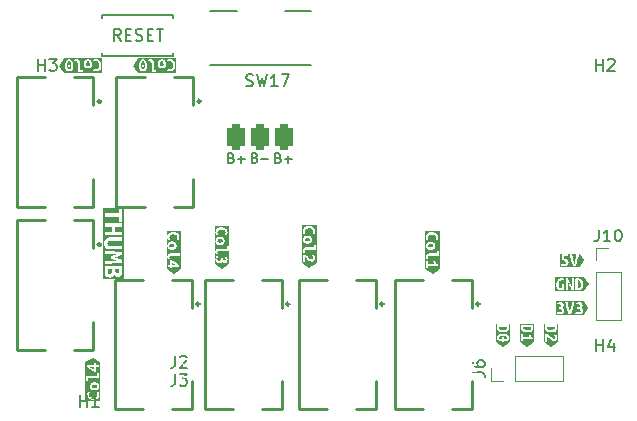
<source format=gbr>
%TF.GenerationSoftware,KiCad,Pcbnew,7.0.2*%
%TF.CreationDate,2024-09-11T13:33:12+02:00*%
%TF.ProjectId,mcu_holder,6d63755f-686f-46c6-9465-722e6b696361,rev?*%
%TF.SameCoordinates,Original*%
%TF.FileFunction,Legend,Top*%
%TF.FilePolarity,Positive*%
%FSLAX46Y46*%
G04 Gerber Fmt 4.6, Leading zero omitted, Abs format (unit mm)*
G04 Created by KiCad (PCBNEW 7.0.2) date 2024-09-11 13:33:12*
%MOMM*%
%LPD*%
G01*
G04 APERTURE LIST*
G04 Aperture macros list*
%AMRoundRect*
0 Rectangle with rounded corners*
0 $1 Rounding radius*
0 $2 $3 $4 $5 $6 $7 $8 $9 X,Y pos of 4 corners*
0 Add a 4 corners polygon primitive as box body*
4,1,4,$2,$3,$4,$5,$6,$7,$8,$9,$2,$3,0*
0 Add four circle primitives for the rounded corners*
1,1,$1+$1,$2,$3*
1,1,$1+$1,$4,$5*
1,1,$1+$1,$6,$7*
1,1,$1+$1,$8,$9*
0 Add four rect primitives between the rounded corners*
20,1,$1+$1,$2,$3,$4,$5,0*
20,1,$1+$1,$4,$5,$6,$7,0*
20,1,$1+$1,$6,$7,$8,$9,0*
20,1,$1+$1,$8,$9,$2,$3,0*%
%AMFreePoly0*
4,1,6,0.500000,-0.750000,-0.650000,-0.750000,-0.150000,0.000000,-0.650000,0.750000,0.500000,0.750000,0.500000,-0.750000,0.500000,-0.750000,$1*%
%AMFreePoly1*
4,1,6,0.150000,0.000000,0.650000,-0.750000,-0.500000,-0.750000,-0.500000,0.750000,0.650000,0.750000,0.150000,0.000000,0.150000,0.000000,$1*%
%AMFreePoly2*
4,1,6,1.000000,0.000000,0.500000,-0.750000,-0.500000,-0.750000,-0.500000,0.750000,0.500000,0.750000,1.000000,0.000000,1.000000,0.000000,$1*%
%AMFreePoly3*
4,1,6,0.500000,-0.750000,-0.500000,-0.750000,-1.000000,0.000000,-0.500000,0.750000,0.500000,0.750000,0.500000,-0.750000,0.500000,-0.750000,$1*%
G04 Aperture macros list end*
%ADD10C,0.150000*%
%ADD11C,0.254000*%
%ADD12C,0.120000*%
%ADD13C,2.000000*%
%ADD14RoundRect,0.375000X-0.375000X-0.750000X0.375000X-0.750000X0.375000X0.750000X-0.375000X0.750000X0*%
%ADD15R,1.250000X0.280000*%
%ADD16R,2.000000X1.800000*%
%ADD17C,4.500000*%
%ADD18R,1.350000X1.350000*%
%ADD19O,1.350000X1.350000*%
%ADD20O,2.200000X3.500000*%
%ADD21R,1.500000X2.500000*%
%ADD22O,1.500000X2.500000*%
%ADD23FreePoly0,180.000000*%
%ADD24FreePoly1,180.000000*%
%ADD25FreePoly2,180.000000*%
%ADD26FreePoly3,180.000000*%
G04 APERTURE END LIST*
D10*
X105330666Y-66264619D02*
X105330666Y-66978904D01*
X105330666Y-66978904D02*
X105283047Y-67121761D01*
X105283047Y-67121761D02*
X105187809Y-67217000D01*
X105187809Y-67217000D02*
X105044952Y-67264619D01*
X105044952Y-67264619D02*
X104949714Y-67264619D01*
X105759238Y-66359857D02*
X105806857Y-66312238D01*
X105806857Y-66312238D02*
X105902095Y-66264619D01*
X105902095Y-66264619D02*
X106140190Y-66264619D01*
X106140190Y-66264619D02*
X106235428Y-66312238D01*
X106235428Y-66312238D02*
X106283047Y-66359857D01*
X106283047Y-66359857D02*
X106330666Y-66455095D01*
X106330666Y-66455095D02*
X106330666Y-66550333D01*
X106330666Y-66550333D02*
X106283047Y-66693190D01*
X106283047Y-66693190D02*
X105711619Y-67264619D01*
X105711619Y-67264619D02*
X106330666Y-67264619D01*
X105330666Y-67788619D02*
X105330666Y-68502904D01*
X105330666Y-68502904D02*
X105283047Y-68645761D01*
X105283047Y-68645761D02*
X105187809Y-68741000D01*
X105187809Y-68741000D02*
X105044952Y-68788619D01*
X105044952Y-68788619D02*
X104949714Y-68788619D01*
X105711619Y-67788619D02*
X106330666Y-67788619D01*
X106330666Y-67788619D02*
X105997333Y-68169571D01*
X105997333Y-68169571D02*
X106140190Y-68169571D01*
X106140190Y-68169571D02*
X106235428Y-68217190D01*
X106235428Y-68217190D02*
X106283047Y-68264809D01*
X106283047Y-68264809D02*
X106330666Y-68360047D01*
X106330666Y-68360047D02*
X106330666Y-68598142D01*
X106330666Y-68598142D02*
X106283047Y-68693380D01*
X106283047Y-68693380D02*
X106235428Y-68741000D01*
X106235428Y-68741000D02*
X106140190Y-68788619D01*
X106140190Y-68788619D02*
X105854476Y-68788619D01*
X105854476Y-68788619D02*
X105759238Y-68741000D01*
X105759238Y-68741000D02*
X105711619Y-68693380D01*
%TO.C,H4*%
X140970095Y-65842619D02*
X140970095Y-64842619D01*
X140970095Y-65318809D02*
X141541523Y-65318809D01*
X141541523Y-65842619D02*
X141541523Y-64842619D01*
X142446285Y-65175952D02*
X142446285Y-65842619D01*
X142208190Y-64795000D02*
X141970095Y-65509285D01*
X141970095Y-65509285D02*
X142589142Y-65509285D01*
%TO.C,H3*%
X93726095Y-42118619D02*
X93726095Y-41118619D01*
X93726095Y-41594809D02*
X94297523Y-41594809D01*
X94297523Y-42118619D02*
X94297523Y-41118619D01*
X94678476Y-41118619D02*
X95297523Y-41118619D01*
X95297523Y-41118619D02*
X94964190Y-41499571D01*
X94964190Y-41499571D02*
X95107047Y-41499571D01*
X95107047Y-41499571D02*
X95202285Y-41547190D01*
X95202285Y-41547190D02*
X95249904Y-41594809D01*
X95249904Y-41594809D02*
X95297523Y-41690047D01*
X95297523Y-41690047D02*
X95297523Y-41928142D01*
X95297523Y-41928142D02*
X95249904Y-42023380D01*
X95249904Y-42023380D02*
X95202285Y-42071000D01*
X95202285Y-42071000D02*
X95107047Y-42118619D01*
X95107047Y-42118619D02*
X94821333Y-42118619D01*
X94821333Y-42118619D02*
X94726095Y-42071000D01*
X94726095Y-42071000D02*
X94678476Y-42023380D01*
%TO.C,J10*%
X141176476Y-55568619D02*
X141176476Y-56282904D01*
X141176476Y-56282904D02*
X141128857Y-56425761D01*
X141128857Y-56425761D02*
X141033619Y-56521000D01*
X141033619Y-56521000D02*
X140890762Y-56568619D01*
X140890762Y-56568619D02*
X140795524Y-56568619D01*
X142176476Y-56568619D02*
X141605048Y-56568619D01*
X141890762Y-56568619D02*
X141890762Y-55568619D01*
X141890762Y-55568619D02*
X141795524Y-55711476D01*
X141795524Y-55711476D02*
X141700286Y-55806714D01*
X141700286Y-55806714D02*
X141605048Y-55854333D01*
X142795524Y-55568619D02*
X142890762Y-55568619D01*
X142890762Y-55568619D02*
X142986000Y-55616238D01*
X142986000Y-55616238D02*
X143033619Y-55663857D01*
X143033619Y-55663857D02*
X143081238Y-55759095D01*
X143081238Y-55759095D02*
X143128857Y-55949571D01*
X143128857Y-55949571D02*
X143128857Y-56187666D01*
X143128857Y-56187666D02*
X143081238Y-56378142D01*
X143081238Y-56378142D02*
X143033619Y-56473380D01*
X143033619Y-56473380D02*
X142986000Y-56521000D01*
X142986000Y-56521000D02*
X142890762Y-56568619D01*
X142890762Y-56568619D02*
X142795524Y-56568619D01*
X142795524Y-56568619D02*
X142700286Y-56521000D01*
X142700286Y-56521000D02*
X142652667Y-56473380D01*
X142652667Y-56473380D02*
X142605048Y-56378142D01*
X142605048Y-56378142D02*
X142557429Y-56187666D01*
X142557429Y-56187666D02*
X142557429Y-55949571D01*
X142557429Y-55949571D02*
X142605048Y-55759095D01*
X142605048Y-55759095D02*
X142652667Y-55663857D01*
X142652667Y-55663857D02*
X142700286Y-55616238D01*
X142700286Y-55616238D02*
X142795524Y-55568619D01*
%TO.C,SW17*%
X111344476Y-43385000D02*
X111487333Y-43432619D01*
X111487333Y-43432619D02*
X111725428Y-43432619D01*
X111725428Y-43432619D02*
X111820666Y-43385000D01*
X111820666Y-43385000D02*
X111868285Y-43337380D01*
X111868285Y-43337380D02*
X111915904Y-43242142D01*
X111915904Y-43242142D02*
X111915904Y-43146904D01*
X111915904Y-43146904D02*
X111868285Y-43051666D01*
X111868285Y-43051666D02*
X111820666Y-43004047D01*
X111820666Y-43004047D02*
X111725428Y-42956428D01*
X111725428Y-42956428D02*
X111534952Y-42908809D01*
X111534952Y-42908809D02*
X111439714Y-42861190D01*
X111439714Y-42861190D02*
X111392095Y-42813571D01*
X111392095Y-42813571D02*
X111344476Y-42718333D01*
X111344476Y-42718333D02*
X111344476Y-42623095D01*
X111344476Y-42623095D02*
X111392095Y-42527857D01*
X111392095Y-42527857D02*
X111439714Y-42480238D01*
X111439714Y-42480238D02*
X111534952Y-42432619D01*
X111534952Y-42432619D02*
X111773047Y-42432619D01*
X111773047Y-42432619D02*
X111915904Y-42480238D01*
X112249238Y-42432619D02*
X112487333Y-43432619D01*
X112487333Y-43432619D02*
X112677809Y-42718333D01*
X112677809Y-42718333D02*
X112868285Y-43432619D01*
X112868285Y-43432619D02*
X113106381Y-42432619D01*
X114011142Y-43432619D02*
X113439714Y-43432619D01*
X113725428Y-43432619D02*
X113725428Y-42432619D01*
X113725428Y-42432619D02*
X113630190Y-42575476D01*
X113630190Y-42575476D02*
X113534952Y-42670714D01*
X113534952Y-42670714D02*
X113439714Y-42718333D01*
X114344476Y-42432619D02*
X115011142Y-42432619D01*
X115011142Y-42432619D02*
X114582571Y-43432619D01*
%TO.C,J6*%
X130530619Y-67643333D02*
X131244904Y-67643333D01*
X131244904Y-67643333D02*
X131387761Y-67690952D01*
X131387761Y-67690952D02*
X131483000Y-67786190D01*
X131483000Y-67786190D02*
X131530619Y-67929047D01*
X131530619Y-67929047D02*
X131530619Y-68024285D01*
X130530619Y-66738571D02*
X130530619Y-66929047D01*
X130530619Y-66929047D02*
X130578238Y-67024285D01*
X130578238Y-67024285D02*
X130625857Y-67071904D01*
X130625857Y-67071904D02*
X130768714Y-67167142D01*
X130768714Y-67167142D02*
X130959190Y-67214761D01*
X130959190Y-67214761D02*
X131340142Y-67214761D01*
X131340142Y-67214761D02*
X131435380Y-67167142D01*
X131435380Y-67167142D02*
X131483000Y-67119523D01*
X131483000Y-67119523D02*
X131530619Y-67024285D01*
X131530619Y-67024285D02*
X131530619Y-66833809D01*
X131530619Y-66833809D02*
X131483000Y-66738571D01*
X131483000Y-66738571D02*
X131435380Y-66690952D01*
X131435380Y-66690952D02*
X131340142Y-66643333D01*
X131340142Y-66643333D02*
X131102047Y-66643333D01*
X131102047Y-66643333D02*
X131006809Y-66690952D01*
X131006809Y-66690952D02*
X130959190Y-66738571D01*
X130959190Y-66738571D02*
X130911571Y-66833809D01*
X130911571Y-66833809D02*
X130911571Y-67024285D01*
X130911571Y-67024285D02*
X130959190Y-67119523D01*
X130959190Y-67119523D02*
X131006809Y-67167142D01*
X131006809Y-67167142D02*
X131102047Y-67214761D01*
%TO.C,SW16*%
X100707618Y-39578619D02*
X100374285Y-39102428D01*
X100136190Y-39578619D02*
X100136190Y-38578619D01*
X100136190Y-38578619D02*
X100517142Y-38578619D01*
X100517142Y-38578619D02*
X100612380Y-38626238D01*
X100612380Y-38626238D02*
X100659999Y-38673857D01*
X100659999Y-38673857D02*
X100707618Y-38769095D01*
X100707618Y-38769095D02*
X100707618Y-38911952D01*
X100707618Y-38911952D02*
X100659999Y-39007190D01*
X100659999Y-39007190D02*
X100612380Y-39054809D01*
X100612380Y-39054809D02*
X100517142Y-39102428D01*
X100517142Y-39102428D02*
X100136190Y-39102428D01*
X101136190Y-39054809D02*
X101469523Y-39054809D01*
X101612380Y-39578619D02*
X101136190Y-39578619D01*
X101136190Y-39578619D02*
X101136190Y-38578619D01*
X101136190Y-38578619D02*
X101612380Y-38578619D01*
X101993333Y-39531000D02*
X102136190Y-39578619D01*
X102136190Y-39578619D02*
X102374285Y-39578619D01*
X102374285Y-39578619D02*
X102469523Y-39531000D01*
X102469523Y-39531000D02*
X102517142Y-39483380D01*
X102517142Y-39483380D02*
X102564761Y-39388142D01*
X102564761Y-39388142D02*
X102564761Y-39292904D01*
X102564761Y-39292904D02*
X102517142Y-39197666D01*
X102517142Y-39197666D02*
X102469523Y-39150047D01*
X102469523Y-39150047D02*
X102374285Y-39102428D01*
X102374285Y-39102428D02*
X102183809Y-39054809D01*
X102183809Y-39054809D02*
X102088571Y-39007190D01*
X102088571Y-39007190D02*
X102040952Y-38959571D01*
X102040952Y-38959571D02*
X101993333Y-38864333D01*
X101993333Y-38864333D02*
X101993333Y-38769095D01*
X101993333Y-38769095D02*
X102040952Y-38673857D01*
X102040952Y-38673857D02*
X102088571Y-38626238D01*
X102088571Y-38626238D02*
X102183809Y-38578619D01*
X102183809Y-38578619D02*
X102421904Y-38578619D01*
X102421904Y-38578619D02*
X102564761Y-38626238D01*
X102993333Y-39054809D02*
X103326666Y-39054809D01*
X103469523Y-39578619D02*
X102993333Y-39578619D01*
X102993333Y-39578619D02*
X102993333Y-38578619D01*
X102993333Y-38578619D02*
X103469523Y-38578619D01*
X103755238Y-38578619D02*
X104326666Y-38578619D01*
X104040952Y-39578619D02*
X104040952Y-38578619D01*
%TO.C,J7*%
X112083904Y-49503047D02*
X112198190Y-49541142D01*
X112198190Y-49541142D02*
X112236285Y-49579238D01*
X112236285Y-49579238D02*
X112274381Y-49655428D01*
X112274381Y-49655428D02*
X112274381Y-49769714D01*
X112274381Y-49769714D02*
X112236285Y-49845904D01*
X112236285Y-49845904D02*
X112198190Y-49884000D01*
X112198190Y-49884000D02*
X112122000Y-49922095D01*
X112122000Y-49922095D02*
X111817238Y-49922095D01*
X111817238Y-49922095D02*
X111817238Y-49122095D01*
X111817238Y-49122095D02*
X112083904Y-49122095D01*
X112083904Y-49122095D02*
X112160095Y-49160190D01*
X112160095Y-49160190D02*
X112198190Y-49198285D01*
X112198190Y-49198285D02*
X112236285Y-49274476D01*
X112236285Y-49274476D02*
X112236285Y-49350666D01*
X112236285Y-49350666D02*
X112198190Y-49426857D01*
X112198190Y-49426857D02*
X112160095Y-49464952D01*
X112160095Y-49464952D02*
X112083904Y-49503047D01*
X112083904Y-49503047D02*
X111817238Y-49503047D01*
X112617238Y-49617333D02*
X113226762Y-49617333D01*
X110083904Y-49503047D02*
X110198190Y-49541142D01*
X110198190Y-49541142D02*
X110236285Y-49579238D01*
X110236285Y-49579238D02*
X110274381Y-49655428D01*
X110274381Y-49655428D02*
X110274381Y-49769714D01*
X110274381Y-49769714D02*
X110236285Y-49845904D01*
X110236285Y-49845904D02*
X110198190Y-49884000D01*
X110198190Y-49884000D02*
X110122000Y-49922095D01*
X110122000Y-49922095D02*
X109817238Y-49922095D01*
X109817238Y-49922095D02*
X109817238Y-49122095D01*
X109817238Y-49122095D02*
X110083904Y-49122095D01*
X110083904Y-49122095D02*
X110160095Y-49160190D01*
X110160095Y-49160190D02*
X110198190Y-49198285D01*
X110198190Y-49198285D02*
X110236285Y-49274476D01*
X110236285Y-49274476D02*
X110236285Y-49350666D01*
X110236285Y-49350666D02*
X110198190Y-49426857D01*
X110198190Y-49426857D02*
X110160095Y-49464952D01*
X110160095Y-49464952D02*
X110083904Y-49503047D01*
X110083904Y-49503047D02*
X109817238Y-49503047D01*
X110617238Y-49617333D02*
X111226762Y-49617333D01*
X110922000Y-49922095D02*
X110922000Y-49312571D01*
X114083904Y-49503047D02*
X114198190Y-49541142D01*
X114198190Y-49541142D02*
X114236285Y-49579238D01*
X114236285Y-49579238D02*
X114274381Y-49655428D01*
X114274381Y-49655428D02*
X114274381Y-49769714D01*
X114274381Y-49769714D02*
X114236285Y-49845904D01*
X114236285Y-49845904D02*
X114198190Y-49884000D01*
X114198190Y-49884000D02*
X114122000Y-49922095D01*
X114122000Y-49922095D02*
X113817238Y-49922095D01*
X113817238Y-49922095D02*
X113817238Y-49122095D01*
X113817238Y-49122095D02*
X114083904Y-49122095D01*
X114083904Y-49122095D02*
X114160095Y-49160190D01*
X114160095Y-49160190D02*
X114198190Y-49198285D01*
X114198190Y-49198285D02*
X114236285Y-49274476D01*
X114236285Y-49274476D02*
X114236285Y-49350666D01*
X114236285Y-49350666D02*
X114198190Y-49426857D01*
X114198190Y-49426857D02*
X114160095Y-49464952D01*
X114160095Y-49464952D02*
X114083904Y-49503047D01*
X114083904Y-49503047D02*
X113817238Y-49503047D01*
X114617238Y-49617333D02*
X115226762Y-49617333D01*
X114922000Y-49922095D02*
X114922000Y-49312571D01*
%TO.C,H1*%
X97282095Y-70566619D02*
X97282095Y-69566619D01*
X97282095Y-70042809D02*
X97853523Y-70042809D01*
X97853523Y-70566619D02*
X97853523Y-69566619D01*
X98853523Y-70566619D02*
X98282095Y-70566619D01*
X98567809Y-70566619D02*
X98567809Y-69566619D01*
X98567809Y-69566619D02*
X98472571Y-69709476D01*
X98472571Y-69709476D02*
X98377333Y-69804714D01*
X98377333Y-69804714D02*
X98282095Y-69852333D01*
%TO.C,H2*%
X140970095Y-42118619D02*
X140970095Y-41118619D01*
X140970095Y-41594809D02*
X141541523Y-41594809D01*
X141541523Y-42118619D02*
X141541523Y-41118619D01*
X141970095Y-41213857D02*
X142017714Y-41166238D01*
X142017714Y-41166238D02*
X142112952Y-41118619D01*
X142112952Y-41118619D02*
X142351047Y-41118619D01*
X142351047Y-41118619D02*
X142446285Y-41166238D01*
X142446285Y-41166238D02*
X142493904Y-41213857D01*
X142493904Y-41213857D02*
X142541523Y-41309095D01*
X142541523Y-41309095D02*
X142541523Y-41404333D01*
X142541523Y-41404333D02*
X142493904Y-41547190D01*
X142493904Y-41547190D02*
X141922476Y-42118619D01*
X141922476Y-42118619D02*
X142541523Y-42118619D01*
D11*
%TO.C,J11*%
X130455000Y-59800000D02*
X130455000Y-62169000D01*
X123960000Y-70800000D02*
X126343000Y-70800000D01*
X128794000Y-59800000D02*
X130455000Y-59800000D01*
X130455000Y-70800000D02*
X130455000Y-68431000D01*
X128794000Y-70800000D02*
X130455000Y-70800000D01*
X123960000Y-70800000D02*
X123960000Y-59800000D01*
X123960000Y-59800000D02*
X126343000Y-59800000D01*
X131090000Y-61871000D02*
G75*
G03*
X131090000Y-61871000I-127000J0D01*
G01*
%TO.C,kibuzzard-6399CB9D*%
G36*
X104268095Y-41328922D02*
G01*
X104314728Y-41375356D01*
X104341517Y-41446794D01*
X104350447Y-41537281D01*
X104340723Y-41627570D01*
X104311553Y-41698413D01*
X104263332Y-41744252D01*
X104196459Y-41759531D01*
X104127998Y-41744252D01*
X104081365Y-41698413D01*
X104054576Y-41627570D01*
X104045647Y-41537281D01*
X104055370Y-41446794D01*
X104084540Y-41375356D01*
X104132761Y-41328922D01*
X104199634Y-41313444D01*
X104268095Y-41328922D01*
G37*
G36*
X102680793Y-41333883D02*
G01*
X102732784Y-41399963D01*
X102756597Y-41467784D01*
X102770884Y-41553774D01*
X102775647Y-41657931D01*
X102770884Y-41761207D01*
X102756597Y-41846667D01*
X102732784Y-41914313D01*
X102680793Y-41980392D01*
X102610547Y-42002419D01*
X102539307Y-41980392D01*
X102487515Y-41914313D01*
X102464144Y-41846667D01*
X102450121Y-41761207D01*
X102446165Y-41673806D01*
X102521647Y-41673806D01*
X102546253Y-41748419D01*
X102608959Y-41780169D01*
X102674047Y-41748419D01*
X102697859Y-41673806D01*
X102674047Y-41599988D01*
X102608959Y-41569031D01*
X102546253Y-41599988D01*
X102521647Y-41673806D01*
X102446165Y-41673806D01*
X102445447Y-41657931D01*
X102450121Y-41553774D01*
X102464144Y-41467784D01*
X102487515Y-41399963D01*
X102539307Y-41333883D01*
X102608959Y-41312347D01*
X102610547Y-41311856D01*
X102680793Y-41333883D01*
G37*
G36*
X102610547Y-41077435D02*
G01*
X103278884Y-41077435D01*
X104196459Y-41077435D01*
X104918772Y-41077435D01*
X105345809Y-41077435D01*
X105411955Y-41077435D01*
X105411955Y-42322565D01*
X105345809Y-42322565D01*
X102269234Y-42322565D01*
X102203088Y-42322565D01*
X101788045Y-41700000D01*
X101816091Y-41657931D01*
X102269234Y-41657931D01*
X102274691Y-41779028D01*
X102291062Y-41883555D01*
X102318347Y-41971512D01*
X102356547Y-42042900D01*
X102423574Y-42113015D01*
X102508241Y-42155083D01*
X102610547Y-42169106D01*
X102711265Y-42154995D01*
X102795402Y-42112662D01*
X102862959Y-42042106D01*
X102901853Y-41970470D01*
X102929634Y-41882563D01*
X102946303Y-41778383D01*
X102951859Y-41657931D01*
X102946402Y-41536091D01*
X102930031Y-41430919D01*
X102902746Y-41342416D01*
X102864547Y-41270581D01*
X102797519Y-41200026D01*
X102789405Y-41195969D01*
X103059809Y-41195969D01*
X103085209Y-41353131D01*
X103137597Y-41332494D01*
X103236022Y-41316619D01*
X103312222Y-41343606D01*
X103342384Y-41446794D01*
X103342384Y-42256419D01*
X103744022Y-42256419D01*
X103744022Y-42094494D01*
X103537647Y-42094494D01*
X103537647Y-41538869D01*
X103845622Y-41538869D01*
X103851972Y-41622411D01*
X103871022Y-41698413D01*
X103901779Y-41765484D01*
X103943253Y-41822238D01*
X103994450Y-41867878D01*
X104054378Y-41901613D01*
X104122045Y-41922448D01*
X104196459Y-41929394D01*
X104269881Y-41922448D01*
X104337747Y-41901613D01*
X104398270Y-41867878D01*
X104449665Y-41822238D01*
X104491337Y-41765484D01*
X104522690Y-41698413D01*
X104542336Y-41622411D01*
X104548884Y-41538869D01*
X104542534Y-41454136D01*
X104523484Y-41377738D01*
X104492726Y-41310467D01*
X104451253Y-41253119D01*
X104405745Y-41211844D01*
X104644134Y-41211844D01*
X104693347Y-41365831D01*
X104773515Y-41330906D01*
X104899722Y-41313444D01*
X105013029Y-41335867D01*
X105089428Y-41403138D01*
X105121619Y-41471665D01*
X105140933Y-41557654D01*
X105147372Y-41661106D01*
X105142014Y-41750006D01*
X105125940Y-41823031D01*
X105070378Y-41927013D01*
X104992590Y-41982575D01*
X104902897Y-41999244D01*
X104784628Y-41982575D01*
X104696522Y-41942094D01*
X104645722Y-42097669D01*
X104678265Y-42116719D01*
X104731447Y-42140531D01*
X104805265Y-42160375D01*
X104899722Y-42169106D01*
X104992789Y-42160573D01*
X105078315Y-42134975D01*
X105154515Y-42092906D01*
X105219603Y-42034963D01*
X105272586Y-41961739D01*
X105312472Y-41873831D01*
X105337475Y-41771834D01*
X105345809Y-41656344D01*
X105338963Y-41540357D01*
X105318425Y-41438459D01*
X105284194Y-41350651D01*
X105236272Y-41276931D01*
X105152310Y-41202848D01*
X105046477Y-41158398D01*
X104918772Y-41143581D01*
X104832054Y-41148939D01*
X104756053Y-41165012D01*
X104644134Y-41211844D01*
X104405745Y-41211844D01*
X104400056Y-41206684D01*
X104340128Y-41172156D01*
X104272064Y-41150725D01*
X104196459Y-41143581D01*
X104120854Y-41150725D01*
X104052790Y-41172156D01*
X103993061Y-41206684D01*
X103942459Y-41253119D01*
X103901581Y-41310467D01*
X103871022Y-41377738D01*
X103851972Y-41454136D01*
X103845622Y-41538869D01*
X103537647Y-41538869D01*
X103537647Y-41461081D01*
X103522168Y-41325548D01*
X103475734Y-41226925D01*
X103395565Y-41166798D01*
X103278884Y-41146756D01*
X103190778Y-41153106D01*
X103124897Y-41168187D01*
X103081240Y-41184856D01*
X103059809Y-41195969D01*
X102789405Y-41195969D01*
X102712852Y-41157692D01*
X102610547Y-41143581D01*
X102508241Y-41157692D01*
X102423574Y-41200026D01*
X102356547Y-41270581D01*
X102318347Y-41342416D01*
X102291062Y-41430919D01*
X102274691Y-41536091D01*
X102269234Y-41657931D01*
X101816091Y-41657931D01*
X102203088Y-41077435D01*
X102269234Y-41077435D01*
X102610547Y-41077435D01*
G37*
G36*
X98018095Y-41328922D02*
G01*
X98064728Y-41375356D01*
X98091517Y-41446794D01*
X98100447Y-41537281D01*
X98090723Y-41627570D01*
X98061553Y-41698413D01*
X98013332Y-41744252D01*
X97946459Y-41759531D01*
X97877998Y-41744252D01*
X97831365Y-41698413D01*
X97804576Y-41627570D01*
X97795647Y-41537281D01*
X97805370Y-41446794D01*
X97834540Y-41375356D01*
X97882761Y-41328922D01*
X97949634Y-41313444D01*
X98018095Y-41328922D01*
G37*
G36*
X96430793Y-41333883D02*
G01*
X96482784Y-41399963D01*
X96506597Y-41467784D01*
X96520884Y-41553774D01*
X96525647Y-41657931D01*
X96520884Y-41761207D01*
X96506597Y-41846667D01*
X96482784Y-41914313D01*
X96430793Y-41980392D01*
X96360547Y-42002419D01*
X96289307Y-41980392D01*
X96237515Y-41914313D01*
X96214144Y-41846667D01*
X96200121Y-41761207D01*
X96196165Y-41673806D01*
X96271647Y-41673806D01*
X96296253Y-41748419D01*
X96358959Y-41780169D01*
X96424047Y-41748419D01*
X96447859Y-41673806D01*
X96424047Y-41599988D01*
X96358959Y-41569031D01*
X96296253Y-41599988D01*
X96271647Y-41673806D01*
X96196165Y-41673806D01*
X96195447Y-41657931D01*
X96200121Y-41553774D01*
X96214144Y-41467784D01*
X96237515Y-41399963D01*
X96289307Y-41333883D01*
X96358959Y-41312347D01*
X96360547Y-41311856D01*
X96430793Y-41333883D01*
G37*
G36*
X96360547Y-41077435D02*
G01*
X97028884Y-41077435D01*
X97946459Y-41077435D01*
X98668772Y-41077435D01*
X99095809Y-41077435D01*
X99161955Y-41077435D01*
X99161955Y-42322565D01*
X99095809Y-42322565D01*
X96019234Y-42322565D01*
X95953088Y-42322565D01*
X95538045Y-41700000D01*
X95566091Y-41657931D01*
X96019234Y-41657931D01*
X96024691Y-41779028D01*
X96041062Y-41883555D01*
X96068347Y-41971512D01*
X96106547Y-42042900D01*
X96173574Y-42113015D01*
X96258241Y-42155083D01*
X96360547Y-42169106D01*
X96461265Y-42154995D01*
X96545402Y-42112662D01*
X96612959Y-42042106D01*
X96651853Y-41970470D01*
X96679634Y-41882563D01*
X96696303Y-41778383D01*
X96701859Y-41657931D01*
X96696402Y-41536091D01*
X96680031Y-41430919D01*
X96652746Y-41342416D01*
X96614547Y-41270581D01*
X96547519Y-41200026D01*
X96539405Y-41195969D01*
X96809809Y-41195969D01*
X96835209Y-41353131D01*
X96887597Y-41332494D01*
X96986022Y-41316619D01*
X97062222Y-41343606D01*
X97092384Y-41446794D01*
X97092384Y-42256419D01*
X97494022Y-42256419D01*
X97494022Y-42094494D01*
X97287647Y-42094494D01*
X97287647Y-41538869D01*
X97595622Y-41538869D01*
X97601972Y-41622411D01*
X97621022Y-41698413D01*
X97651779Y-41765484D01*
X97693253Y-41822238D01*
X97744450Y-41867878D01*
X97804378Y-41901613D01*
X97872045Y-41922448D01*
X97946459Y-41929394D01*
X98019881Y-41922448D01*
X98087747Y-41901613D01*
X98148270Y-41867878D01*
X98199665Y-41822238D01*
X98241337Y-41765484D01*
X98272690Y-41698413D01*
X98292336Y-41622411D01*
X98298884Y-41538869D01*
X98292534Y-41454136D01*
X98273484Y-41377738D01*
X98242726Y-41310467D01*
X98201253Y-41253119D01*
X98155745Y-41211844D01*
X98394134Y-41211844D01*
X98443347Y-41365831D01*
X98523515Y-41330906D01*
X98649722Y-41313444D01*
X98763029Y-41335867D01*
X98839428Y-41403138D01*
X98871619Y-41471665D01*
X98890933Y-41557654D01*
X98897372Y-41661106D01*
X98892014Y-41750006D01*
X98875940Y-41823031D01*
X98820378Y-41927013D01*
X98742590Y-41982575D01*
X98652897Y-41999244D01*
X98534628Y-41982575D01*
X98446522Y-41942094D01*
X98395722Y-42097669D01*
X98428265Y-42116719D01*
X98481447Y-42140531D01*
X98555265Y-42160375D01*
X98649722Y-42169106D01*
X98742789Y-42160573D01*
X98828315Y-42134975D01*
X98904515Y-42092906D01*
X98969603Y-42034963D01*
X99022586Y-41961739D01*
X99062472Y-41873831D01*
X99087475Y-41771834D01*
X99095809Y-41656344D01*
X99088963Y-41540357D01*
X99068425Y-41438459D01*
X99034194Y-41350651D01*
X98986272Y-41276931D01*
X98902310Y-41202848D01*
X98796477Y-41158398D01*
X98668772Y-41143581D01*
X98582054Y-41148939D01*
X98506053Y-41165012D01*
X98394134Y-41211844D01*
X98155745Y-41211844D01*
X98150056Y-41206684D01*
X98090128Y-41172156D01*
X98022064Y-41150725D01*
X97946459Y-41143581D01*
X97870854Y-41150725D01*
X97802790Y-41172156D01*
X97743061Y-41206684D01*
X97692459Y-41253119D01*
X97651581Y-41310467D01*
X97621022Y-41377738D01*
X97601972Y-41454136D01*
X97595622Y-41538869D01*
X97287647Y-41538869D01*
X97287647Y-41461081D01*
X97272168Y-41325548D01*
X97225734Y-41226925D01*
X97145565Y-41166798D01*
X97028884Y-41146756D01*
X96940778Y-41153106D01*
X96874897Y-41168187D01*
X96831240Y-41184856D01*
X96809809Y-41195969D01*
X96539405Y-41195969D01*
X96462852Y-41157692D01*
X96360547Y-41143581D01*
X96258241Y-41157692D01*
X96173574Y-41200026D01*
X96106547Y-41270581D01*
X96068347Y-41342416D01*
X96041062Y-41430919D01*
X96024691Y-41536091D01*
X96019234Y-41657931D01*
X95566091Y-41657931D01*
X95953088Y-41077435D01*
X96019234Y-41077435D01*
X96360547Y-41077435D01*
G37*
%TO.C,kibuzzard-6399CC4D*%
G36*
X100015466Y-59096725D02*
G01*
X99969031Y-59278891D01*
X99815441Y-59346756D01*
X99709475Y-59322944D01*
X99645181Y-59262222D01*
X99614225Y-59177688D01*
X99605891Y-59080056D01*
X99608272Y-59007428D01*
X99615416Y-58939562D01*
X100015466Y-58939562D01*
X100015466Y-59096725D01*
G37*
G36*
X100603634Y-59003856D02*
G01*
X100606016Y-59072912D01*
X100600062Y-59151494D01*
X100576250Y-59218169D01*
X100526244Y-59263412D01*
X100441709Y-59280081D01*
X100307169Y-59222931D01*
X100258353Y-59053862D01*
X100258353Y-58939562D01*
X100596491Y-58939562D01*
X100603634Y-59003856D01*
G37*
G36*
X100960028Y-53815112D02*
G01*
X100960028Y-59634888D01*
X100960028Y-59734106D01*
X99239972Y-59734106D01*
X99239972Y-59634888D01*
X99239972Y-59056244D01*
X99351097Y-59056244D01*
X99356752Y-59173818D01*
X99373719Y-59283653D01*
X99404080Y-59382475D01*
X99449919Y-59467009D01*
X99592794Y-59589644D01*
X99693104Y-59623577D01*
X99815441Y-59634888D01*
X99915453Y-59621493D01*
X100010703Y-59581309D01*
X100094047Y-59503621D01*
X100158341Y-59377713D01*
X100286928Y-59514634D01*
X100373844Y-59553032D01*
X100472666Y-59565831D01*
X100610778Y-59544400D01*
X100735794Y-59463437D01*
X100826281Y-59299131D01*
X100852177Y-59178878D01*
X100860809Y-59027669D01*
X100850094Y-58830025D01*
X100825091Y-58646669D01*
X99393959Y-58646669D01*
X99375207Y-58749658D01*
X99361812Y-58853838D01*
X99353776Y-58956827D01*
X99351097Y-59056244D01*
X99239972Y-59056244D01*
X99239972Y-58463313D01*
X99370147Y-58463313D01*
X99558563Y-58457955D01*
X99742812Y-58451406D01*
X99924383Y-58443370D01*
X100104762Y-58433547D01*
X100285440Y-58421641D01*
X100467903Y-58407353D01*
X100653641Y-58391577D01*
X100844141Y-58375206D01*
X100844141Y-58132319D01*
X100717934Y-58089456D01*
X100554819Y-58037069D01*
X100373844Y-57977537D01*
X100191678Y-57918006D01*
X100363128Y-57863237D01*
X100546484Y-57806087D01*
X100715553Y-57752509D01*
X100844141Y-57710837D01*
X100844141Y-57467950D01*
X100682811Y-57452174D01*
X100508384Y-57438184D01*
X100324433Y-57425980D01*
X100134528Y-57415562D01*
X99941052Y-57406335D01*
X99746384Y-57397703D01*
X99554694Y-57389666D01*
X99370147Y-57382225D01*
X99370147Y-57651306D01*
X100515528Y-57639400D01*
X99891641Y-57813231D01*
X99891641Y-58027544D01*
X100515528Y-58208519D01*
X99370147Y-58194231D01*
X99370147Y-58463313D01*
X99239972Y-58463313D01*
X99239972Y-56727381D01*
X99339191Y-56727381D01*
X99349013Y-56860731D01*
X99378481Y-56970269D01*
X99426404Y-57058375D01*
X99491591Y-57127431D01*
X99573148Y-57178033D01*
X99670184Y-57210775D01*
X99780912Y-57228634D01*
X99903547Y-57234587D01*
X100844141Y-57234587D01*
X100844141Y-56941694D01*
X99924978Y-56941694D01*
X99769006Y-56932169D01*
X99666612Y-56898831D01*
X99610653Y-56834537D01*
X99593984Y-56732144D01*
X99610653Y-56629750D01*
X99665422Y-56566647D01*
X99766625Y-56534500D01*
X99922597Y-56524975D01*
X100844141Y-56524975D01*
X100844141Y-56229700D01*
X99903547Y-56229700D01*
X99780912Y-56235653D01*
X99670184Y-56253512D01*
X99573148Y-56285659D01*
X99491591Y-56334475D01*
X99378481Y-56488066D01*
X99349013Y-56596115D01*
X99339191Y-56727381D01*
X99239972Y-56727381D01*
X99239972Y-56029675D01*
X99370147Y-56029675D01*
X100844141Y-56029675D01*
X100844141Y-55736781D01*
X100263116Y-55736781D01*
X100263116Y-55346256D01*
X100844141Y-55346256D01*
X100844141Y-55053362D01*
X99370147Y-55053362D01*
X99370147Y-55346256D01*
X100020228Y-55346256D01*
X100020228Y-55736781D01*
X99370147Y-55736781D01*
X99370147Y-56029675D01*
X99239972Y-56029675D01*
X99239972Y-54498531D01*
X99370147Y-54498531D01*
X100601253Y-54498531D01*
X100601253Y-54886675D01*
X100844141Y-54886675D01*
X100844141Y-53815112D01*
X100601253Y-53815112D01*
X100601253Y-54203256D01*
X99370147Y-54203256D01*
X99370147Y-54498531D01*
X99239972Y-54498531D01*
X99239972Y-53815112D01*
X99239972Y-53715894D01*
X100960028Y-53715894D01*
X100960028Y-53815112D01*
G37*
%TO.C,kibuzzard-6399CBDB*%
G36*
X105171819Y-58387453D02*
G01*
X105263100Y-58443810D01*
X105349619Y-58503341D01*
X105427406Y-58562078D01*
X105081331Y-58562078D01*
X105081331Y-58339828D01*
X105171819Y-58387453D01*
G37*
G36*
X105152570Y-56776339D02*
G01*
X105223413Y-56805510D01*
X105269252Y-56853730D01*
X105284531Y-56920603D01*
X105269252Y-56989064D01*
X105223413Y-57035697D01*
X105152570Y-57062486D01*
X105062281Y-57071416D01*
X104971794Y-57061693D01*
X104900356Y-57032522D01*
X104853922Y-56984302D01*
X104838444Y-56917428D01*
X104853922Y-56848968D01*
X104900356Y-56802335D01*
X104971794Y-56775546D01*
X105062281Y-56766616D01*
X105152570Y-56776339D01*
G37*
G36*
X105847565Y-55771253D02*
G01*
X105847565Y-58863703D01*
X105847565Y-58929849D01*
X105225000Y-59344892D01*
X104602435Y-58929849D01*
X104602435Y-58863703D01*
X104602435Y-58757341D01*
X104689219Y-58757341D01*
X104920994Y-58757341D01*
X104920994Y-58863703D01*
X105081331Y-58863703D01*
X105081331Y-58757341D01*
X105671881Y-58757341D01*
X105671881Y-58582716D01*
X105604214Y-58519216D01*
X105528213Y-58455716D01*
X105447448Y-58393803D01*
X105365494Y-58335066D01*
X105283936Y-58280297D01*
X105204363Y-58230291D01*
X105129948Y-58187032D01*
X105063869Y-58152503D01*
X104920994Y-58152503D01*
X104920994Y-58562078D01*
X104689219Y-58562078D01*
X104689219Y-58757341D01*
X104602435Y-58757341D01*
X104602435Y-57838178D01*
X104671756Y-57838178D01*
X104678106Y-57926285D01*
X104693187Y-57992166D01*
X104709856Y-58035822D01*
X104720969Y-58057253D01*
X104878131Y-58031853D01*
X104857494Y-57979466D01*
X104841619Y-57881041D01*
X104868606Y-57804841D01*
X104971794Y-57774678D01*
X105781419Y-57774678D01*
X105781419Y-57373041D01*
X105619494Y-57373041D01*
X105619494Y-57579416D01*
X104986081Y-57579416D01*
X104850548Y-57594894D01*
X104751925Y-57641328D01*
X104691798Y-57721497D01*
X104671756Y-57838178D01*
X104602435Y-57838178D01*
X104602435Y-56920603D01*
X104668581Y-56920603D01*
X104675725Y-56996208D01*
X104697156Y-57064272D01*
X104731684Y-57124002D01*
X104778119Y-57174603D01*
X104835467Y-57215482D01*
X104902738Y-57246041D01*
X104979136Y-57265091D01*
X105063869Y-57271441D01*
X105147411Y-57265091D01*
X105223413Y-57246041D01*
X105290484Y-57215283D01*
X105347238Y-57173810D01*
X105392878Y-57122613D01*
X105426613Y-57062685D01*
X105447448Y-56995018D01*
X105454394Y-56920603D01*
X105447448Y-56847182D01*
X105426613Y-56779316D01*
X105392878Y-56718793D01*
X105347238Y-56667397D01*
X105290484Y-56625725D01*
X105223413Y-56594372D01*
X105147411Y-56574727D01*
X105063869Y-56568178D01*
X104979136Y-56574528D01*
X104902738Y-56593578D01*
X104835467Y-56624336D01*
X104778119Y-56665810D01*
X104731684Y-56717007D01*
X104697156Y-56776935D01*
X104675725Y-56844999D01*
X104668581Y-56920603D01*
X104602435Y-56920603D01*
X104602435Y-56198291D01*
X104668581Y-56198291D01*
X104673939Y-56285008D01*
X104690012Y-56361010D01*
X104736844Y-56472928D01*
X104890831Y-56423716D01*
X104855906Y-56343547D01*
X104838444Y-56217341D01*
X104860867Y-56104033D01*
X104928138Y-56027635D01*
X104996665Y-55995444D01*
X105082654Y-55976129D01*
X105186106Y-55969691D01*
X105275006Y-55975049D01*
X105348031Y-55991122D01*
X105452013Y-56046685D01*
X105507575Y-56124472D01*
X105524244Y-56214166D01*
X105507575Y-56332435D01*
X105467094Y-56420541D01*
X105622669Y-56471341D01*
X105641719Y-56438797D01*
X105665531Y-56385616D01*
X105685375Y-56311797D01*
X105694106Y-56217341D01*
X105685573Y-56124274D01*
X105659975Y-56038747D01*
X105617906Y-55962547D01*
X105559963Y-55897460D01*
X105486739Y-55844477D01*
X105398831Y-55804591D01*
X105296834Y-55779588D01*
X105181344Y-55771253D01*
X105065357Y-55778100D01*
X104963459Y-55798638D01*
X104875651Y-55832868D01*
X104801931Y-55880791D01*
X104727848Y-55964752D01*
X104683398Y-56070585D01*
X104668581Y-56198291D01*
X104602435Y-56198291D01*
X104602435Y-55771253D01*
X104602435Y-55705108D01*
X105847565Y-55705108D01*
X105847565Y-55771253D01*
G37*
%TO.C,kibuzzard-6399CBBA*%
G36*
X127052570Y-56789039D02*
G01*
X127123413Y-56818210D01*
X127169252Y-56866430D01*
X127184531Y-56933303D01*
X127169252Y-57001764D01*
X127123413Y-57048397D01*
X127052570Y-57075186D01*
X126962281Y-57084116D01*
X126871794Y-57074393D01*
X126800356Y-57045222D01*
X126753922Y-56997002D01*
X126738444Y-56930128D01*
X126753922Y-56861668D01*
X126800356Y-56815035D01*
X126871794Y-56788246D01*
X126962281Y-56779316D01*
X127052570Y-56789039D01*
G37*
G36*
X127747565Y-55783953D02*
G01*
X127747565Y-58851003D01*
X127747565Y-58917149D01*
X127125000Y-59332192D01*
X126502435Y-58917149D01*
X126502435Y-58851003D01*
X126589219Y-58851003D01*
X126751144Y-58851003D01*
X126751144Y-58655741D01*
X127571881Y-58655741D01*
X127571881Y-58522391D01*
X127509969Y-58454128D01*
X127452819Y-58369991D01*
X127403606Y-58281091D01*
X127367094Y-58198541D01*
X127205169Y-58262041D01*
X127244063Y-58358878D01*
X127300419Y-58460478D01*
X126751144Y-58460478D01*
X126751144Y-58254103D01*
X126589219Y-58254103D01*
X126589219Y-58851003D01*
X126502435Y-58851003D01*
X126502435Y-57850878D01*
X126571756Y-57850878D01*
X126578106Y-57938985D01*
X126593187Y-58004866D01*
X126609856Y-58048522D01*
X126620969Y-58069953D01*
X126778131Y-58044553D01*
X126757494Y-57992166D01*
X126741619Y-57893741D01*
X126768606Y-57817541D01*
X126871794Y-57787378D01*
X127681419Y-57787378D01*
X127681419Y-57385741D01*
X127519494Y-57385741D01*
X127519494Y-57592116D01*
X126886081Y-57592116D01*
X126750548Y-57607594D01*
X126651925Y-57654028D01*
X126591798Y-57734197D01*
X126571756Y-57850878D01*
X126502435Y-57850878D01*
X126502435Y-56933303D01*
X126568581Y-56933303D01*
X126575725Y-57008908D01*
X126597156Y-57076972D01*
X126631684Y-57136702D01*
X126678119Y-57187303D01*
X126735467Y-57228182D01*
X126802738Y-57258741D01*
X126879136Y-57277791D01*
X126963869Y-57284141D01*
X127047411Y-57277791D01*
X127123413Y-57258741D01*
X127190484Y-57227983D01*
X127247238Y-57186510D01*
X127292878Y-57135313D01*
X127326613Y-57075385D01*
X127347448Y-57007718D01*
X127354394Y-56933303D01*
X127347448Y-56859882D01*
X127326613Y-56792016D01*
X127292878Y-56731493D01*
X127247238Y-56680097D01*
X127190484Y-56638425D01*
X127123413Y-56607072D01*
X127047411Y-56587427D01*
X126963869Y-56580878D01*
X126879136Y-56587228D01*
X126802738Y-56606278D01*
X126735467Y-56637036D01*
X126678119Y-56678510D01*
X126631684Y-56729707D01*
X126597156Y-56789635D01*
X126575725Y-56857699D01*
X126568581Y-56933303D01*
X126502435Y-56933303D01*
X126502435Y-56210991D01*
X126568581Y-56210991D01*
X126573939Y-56297708D01*
X126590012Y-56373710D01*
X126636844Y-56485628D01*
X126790831Y-56436416D01*
X126755906Y-56356247D01*
X126738444Y-56230041D01*
X126760867Y-56116733D01*
X126828138Y-56040335D01*
X126896665Y-56008144D01*
X126982654Y-55988829D01*
X127086106Y-55982391D01*
X127175006Y-55987749D01*
X127248031Y-56003822D01*
X127352013Y-56059385D01*
X127407575Y-56137172D01*
X127424244Y-56226866D01*
X127407575Y-56345135D01*
X127367094Y-56433241D01*
X127522669Y-56484041D01*
X127541719Y-56451497D01*
X127565531Y-56398316D01*
X127585375Y-56324497D01*
X127594106Y-56230041D01*
X127585573Y-56136974D01*
X127559975Y-56051447D01*
X127517906Y-55975247D01*
X127459963Y-55910160D01*
X127386739Y-55857177D01*
X127298831Y-55817291D01*
X127196834Y-55792288D01*
X127081344Y-55783953D01*
X126965357Y-55790800D01*
X126863459Y-55811338D01*
X126775651Y-55845568D01*
X126701931Y-55893491D01*
X126627848Y-55977452D01*
X126583398Y-56083285D01*
X126568581Y-56210991D01*
X126502435Y-56210991D01*
X126502435Y-55783953D01*
X126502435Y-55717808D01*
X127747565Y-55717808D01*
X127747565Y-55783953D01*
G37*
%TO.C,kibuzzard-6399CBC9*%
G36*
X116627570Y-56261658D02*
G01*
X116698413Y-56290828D01*
X116744252Y-56339049D01*
X116759531Y-56405922D01*
X116744252Y-56474383D01*
X116698413Y-56521016D01*
X116627570Y-56547805D01*
X116537281Y-56556735D01*
X116446794Y-56547011D01*
X116375356Y-56517841D01*
X116328922Y-56469621D01*
X116313444Y-56402747D01*
X116328922Y-56334286D01*
X116375356Y-56287653D01*
X116446794Y-56260864D01*
X116537281Y-56251935D01*
X116627570Y-56261658D01*
G37*
G36*
X117322565Y-55256572D02*
G01*
X117322565Y-58328385D01*
X117322565Y-58394531D01*
X116700000Y-58809574D01*
X116077435Y-58394531D01*
X116077435Y-58328385D01*
X116164219Y-58328385D01*
X116326144Y-58328385D01*
X116326144Y-57906110D01*
X116378531Y-57922778D01*
X116434887Y-57963260D01*
X116488863Y-58014060D01*
X116534106Y-58061685D01*
X116613481Y-58142647D01*
X116699206Y-58214085D01*
X116790488Y-58264885D01*
X116888119Y-58283935D01*
X117011150Y-58258535D01*
X117099256Y-58190272D01*
X117151644Y-58091847D01*
X117169106Y-57975960D01*
X117161169Y-57893211D01*
X117137356Y-57810066D01*
X117096875Y-57731683D01*
X117038931Y-57663222D01*
X116902406Y-57760060D01*
X116977019Y-57860072D01*
X116999244Y-57956910D01*
X116966700Y-58048985D01*
X116873831Y-58085497D01*
X116789694Y-58056128D01*
X116703969Y-57981516D01*
X116658527Y-57934685D01*
X116611100Y-57884678D01*
X116560697Y-57834672D01*
X116506325Y-57787841D01*
X116447389Y-57746566D01*
X116383294Y-57713228D01*
X116313444Y-57691202D01*
X116237244Y-57683860D01*
X116203906Y-57683066D01*
X116164219Y-57687035D01*
X116164219Y-58328385D01*
X116077435Y-58328385D01*
X116077435Y-57323497D01*
X116146756Y-57323497D01*
X116153106Y-57411603D01*
X116168187Y-57477485D01*
X116184856Y-57521141D01*
X116195969Y-57542572D01*
X116353131Y-57517172D01*
X116332494Y-57464785D01*
X116316619Y-57366360D01*
X116343606Y-57290160D01*
X116446794Y-57259997D01*
X117256419Y-57259997D01*
X117256419Y-56858360D01*
X117094494Y-56858360D01*
X117094494Y-57064735D01*
X116461081Y-57064735D01*
X116325548Y-57080213D01*
X116226925Y-57126647D01*
X116166798Y-57206816D01*
X116146756Y-57323497D01*
X116077435Y-57323497D01*
X116077435Y-56405922D01*
X116143581Y-56405922D01*
X116150725Y-56481527D01*
X116172156Y-56549591D01*
X116206684Y-56609321D01*
X116253119Y-56659922D01*
X116310467Y-56700800D01*
X116377738Y-56731360D01*
X116454136Y-56750410D01*
X116538869Y-56756760D01*
X116622411Y-56750410D01*
X116698413Y-56731360D01*
X116765484Y-56700602D01*
X116822238Y-56659128D01*
X116867878Y-56607932D01*
X116901613Y-56548003D01*
X116922448Y-56480336D01*
X116929394Y-56405922D01*
X116922448Y-56332500D01*
X116901613Y-56264635D01*
X116867878Y-56204111D01*
X116822238Y-56152716D01*
X116765484Y-56111044D01*
X116698413Y-56079691D01*
X116622411Y-56060046D01*
X116538869Y-56053497D01*
X116454136Y-56059847D01*
X116377738Y-56078897D01*
X116310467Y-56109655D01*
X116253119Y-56151128D01*
X116206684Y-56202325D01*
X116172156Y-56262253D01*
X116150725Y-56330318D01*
X116143581Y-56405922D01*
X116077435Y-56405922D01*
X116077435Y-55683610D01*
X116143581Y-55683610D01*
X116148939Y-55770327D01*
X116165012Y-55846328D01*
X116211844Y-55958247D01*
X116365831Y-55909035D01*
X116330906Y-55828866D01*
X116313444Y-55702660D01*
X116335867Y-55589352D01*
X116403138Y-55512953D01*
X116471665Y-55480762D01*
X116557654Y-55461448D01*
X116661106Y-55455010D01*
X116750006Y-55460368D01*
X116823031Y-55476441D01*
X116927013Y-55532003D01*
X116982575Y-55609791D01*
X116999244Y-55699485D01*
X116982575Y-55817753D01*
X116942094Y-55905860D01*
X117097669Y-55956660D01*
X117116719Y-55924116D01*
X117140531Y-55870935D01*
X117160375Y-55797116D01*
X117169106Y-55702660D01*
X117160573Y-55609593D01*
X117134975Y-55524066D01*
X117092906Y-55447866D01*
X117034963Y-55382778D01*
X116961739Y-55329796D01*
X116873831Y-55289910D01*
X116771834Y-55264907D01*
X116656344Y-55256572D01*
X116540357Y-55263418D01*
X116438459Y-55283957D01*
X116350651Y-55318187D01*
X116276931Y-55366110D01*
X116202848Y-55450071D01*
X116158398Y-55555904D01*
X116143581Y-55683610D01*
X116077435Y-55683610D01*
X116077435Y-55256572D01*
X116077435Y-55190426D01*
X117322565Y-55190426D01*
X117322565Y-55256572D01*
G37*
%TO.C,kibuzzard-6399CBD2*%
G36*
X109227570Y-56370389D02*
G01*
X109298413Y-56399560D01*
X109344252Y-56447780D01*
X109359531Y-56514653D01*
X109344252Y-56583114D01*
X109298413Y-56629747D01*
X109227570Y-56656536D01*
X109137281Y-56665466D01*
X109046794Y-56655743D01*
X108975356Y-56626572D01*
X108928922Y-56578352D01*
X108913444Y-56511478D01*
X108928922Y-56443018D01*
X108975356Y-56396385D01*
X109046794Y-56369596D01*
X109137281Y-56360666D01*
X109227570Y-56370389D01*
G37*
G36*
X109922565Y-55365303D02*
G01*
X109922565Y-58419653D01*
X109922565Y-58485799D01*
X109300000Y-58900842D01*
X108677435Y-58485799D01*
X108677435Y-58419653D01*
X108677435Y-58041828D01*
X108743581Y-58041828D01*
X108749336Y-58133507D01*
X108766600Y-58211691D01*
X108794381Y-58276778D01*
X108831687Y-58329166D01*
X108930906Y-58397428D01*
X109056319Y-58419653D01*
X109136091Y-58409136D01*
X109203956Y-58377585D01*
X109258328Y-58326983D01*
X109297619Y-58259316D01*
X109380169Y-58348216D01*
X109492881Y-58381553D01*
X109602419Y-58362503D01*
X109690525Y-58303766D01*
X109748469Y-58202960D01*
X109763947Y-58136483D01*
X109769106Y-58059291D01*
X109761764Y-57974955D01*
X109739738Y-57899747D01*
X109681794Y-57786241D01*
X109538919Y-57856091D01*
X109584163Y-57950547D01*
X109602419Y-58060878D01*
X109571463Y-58150572D01*
X109486531Y-58183116D01*
X109426206Y-58168035D01*
X109388106Y-58129141D01*
X109367469Y-58075166D01*
X109361119Y-58014841D01*
X109361119Y-57941816D01*
X109199194Y-57941816D01*
X109199194Y-58002141D01*
X109191455Y-58089057D01*
X109168238Y-58159303D01*
X109125573Y-58205738D01*
X109059494Y-58221216D01*
X108953131Y-58180735D01*
X108920984Y-58125371D01*
X108910269Y-58040241D01*
X108914634Y-57965033D01*
X108927731Y-57901335D01*
X108961069Y-57806878D01*
X108797556Y-57768778D01*
X108780094Y-57817991D01*
X108762631Y-57887047D01*
X108749137Y-57964835D01*
X108743581Y-58041828D01*
X108677435Y-58041828D01*
X108677435Y-57432228D01*
X108746756Y-57432228D01*
X108753106Y-57520335D01*
X108768187Y-57586216D01*
X108784856Y-57629872D01*
X108795969Y-57651303D01*
X108953131Y-57625903D01*
X108932494Y-57573516D01*
X108916619Y-57475091D01*
X108943606Y-57398891D01*
X109046794Y-57368728D01*
X109856419Y-57368728D01*
X109856419Y-56967091D01*
X109694494Y-56967091D01*
X109694494Y-57173466D01*
X109061081Y-57173466D01*
X108925548Y-57188944D01*
X108826925Y-57235378D01*
X108766798Y-57315547D01*
X108746756Y-57432228D01*
X108677435Y-57432228D01*
X108677435Y-56514653D01*
X108743581Y-56514653D01*
X108750725Y-56590258D01*
X108772156Y-56658322D01*
X108806684Y-56718052D01*
X108853119Y-56768653D01*
X108910467Y-56809532D01*
X108977738Y-56840091D01*
X109054136Y-56859141D01*
X109138869Y-56865491D01*
X109222411Y-56859141D01*
X109298413Y-56840091D01*
X109365484Y-56809333D01*
X109422238Y-56767860D01*
X109467878Y-56716663D01*
X109501613Y-56656735D01*
X109522448Y-56589068D01*
X109529394Y-56514653D01*
X109522448Y-56441232D01*
X109501613Y-56373366D01*
X109467878Y-56312843D01*
X109422238Y-56261447D01*
X109365484Y-56219775D01*
X109298413Y-56188422D01*
X109222411Y-56168777D01*
X109138869Y-56162228D01*
X109054136Y-56168578D01*
X108977738Y-56187628D01*
X108910467Y-56218386D01*
X108853119Y-56259860D01*
X108806684Y-56311057D01*
X108772156Y-56370985D01*
X108750725Y-56439049D01*
X108743581Y-56514653D01*
X108677435Y-56514653D01*
X108677435Y-55792341D01*
X108743581Y-55792341D01*
X108748939Y-55879058D01*
X108765012Y-55955060D01*
X108811844Y-56066978D01*
X108965831Y-56017766D01*
X108930906Y-55937597D01*
X108913444Y-55811391D01*
X108935867Y-55698083D01*
X109003138Y-55621685D01*
X109071665Y-55589494D01*
X109157654Y-55570179D01*
X109261106Y-55563741D01*
X109350006Y-55569099D01*
X109423031Y-55585172D01*
X109527013Y-55640735D01*
X109582575Y-55718522D01*
X109599244Y-55808216D01*
X109582575Y-55926485D01*
X109542094Y-56014591D01*
X109697669Y-56065391D01*
X109716719Y-56032847D01*
X109740531Y-55979666D01*
X109760375Y-55905847D01*
X109769106Y-55811391D01*
X109760573Y-55718324D01*
X109734975Y-55632797D01*
X109692906Y-55556597D01*
X109634963Y-55491510D01*
X109561739Y-55438527D01*
X109473831Y-55398641D01*
X109371834Y-55373638D01*
X109256344Y-55365303D01*
X109140357Y-55372150D01*
X109038459Y-55392688D01*
X108950651Y-55426918D01*
X108876931Y-55474841D01*
X108802848Y-55558802D01*
X108758398Y-55664635D01*
X108743581Y-55792341D01*
X108677435Y-55792341D01*
X108677435Y-55365303D01*
X108677435Y-55299158D01*
X109922565Y-55299158D01*
X109922565Y-55365303D01*
G37*
%TO.C,J17*%
X98411000Y-54750000D02*
X98411000Y-57119000D01*
X91916000Y-65750000D02*
X94299000Y-65750000D01*
X96750000Y-54750000D02*
X98411000Y-54750000D01*
X98411000Y-65750000D02*
X98411000Y-63381000D01*
X96750000Y-65750000D02*
X98411000Y-65750000D01*
X91916000Y-65750000D02*
X91916000Y-54750000D01*
X91916000Y-54750000D02*
X94299000Y-54750000D01*
X99046000Y-56821000D02*
G75*
G03*
X99046000Y-56821000I-127000J0D01*
G01*
%TO.C,J16*%
X106855000Y-42625000D02*
X106855000Y-44994000D01*
X100360000Y-53625000D02*
X102743000Y-53625000D01*
X105194000Y-42625000D02*
X106855000Y-42625000D01*
X106855000Y-53625000D02*
X106855000Y-51256000D01*
X105194000Y-53625000D02*
X106855000Y-53625000D01*
X100360000Y-53625000D02*
X100360000Y-42625000D01*
X100360000Y-42625000D02*
X102743000Y-42625000D01*
X107490000Y-44696000D02*
G75*
G03*
X107490000Y-44696000I-127000J0D01*
G01*
%TO.C,J15*%
X98411000Y-42650000D02*
X98411000Y-45019000D01*
X91916000Y-53650000D02*
X94299000Y-53650000D01*
X96750000Y-42650000D02*
X98411000Y-42650000D01*
X98411000Y-53650000D02*
X98411000Y-51281000D01*
X96750000Y-53650000D02*
X98411000Y-53650000D01*
X91916000Y-53650000D02*
X91916000Y-42650000D01*
X91916000Y-42650000D02*
X94299000Y-42650000D01*
X99046000Y-44721000D02*
G75*
G03*
X99046000Y-44721000I-127000J0D01*
G01*
%TO.C,J14*%
X106755000Y-59800000D02*
X106755000Y-62169000D01*
X100260000Y-70800000D02*
X102643000Y-70800000D01*
X105094000Y-59800000D02*
X106755000Y-59800000D01*
X106755000Y-70800000D02*
X106755000Y-68431000D01*
X105094000Y-70800000D02*
X106755000Y-70800000D01*
X100260000Y-70800000D02*
X100260000Y-59800000D01*
X100260000Y-59800000D02*
X102643000Y-59800000D01*
X107390000Y-61871000D02*
G75*
G03*
X107390000Y-61871000I-127000J0D01*
G01*
%TO.C,J13*%
X114362000Y-59800000D02*
X114362000Y-62169000D01*
X107867000Y-70800000D02*
X110250000Y-70800000D01*
X112701000Y-59800000D02*
X114362000Y-59800000D01*
X114362000Y-70800000D02*
X114362000Y-68431000D01*
X112701000Y-70800000D02*
X114362000Y-70800000D01*
X107867000Y-70800000D02*
X107867000Y-59800000D01*
X107867000Y-59800000D02*
X110250000Y-59800000D01*
X114997000Y-61871000D02*
G75*
G03*
X114997000Y-61871000I-127000J0D01*
G01*
%TO.C,J12*%
X122330000Y-59800000D02*
X122330000Y-62169000D01*
X115835000Y-70800000D02*
X118218000Y-70800000D01*
X120669000Y-59800000D02*
X122330000Y-59800000D01*
X122330000Y-70800000D02*
X122330000Y-68431000D01*
X120669000Y-70800000D02*
X122330000Y-70800000D01*
X115835000Y-70800000D02*
X115835000Y-59800000D01*
X115835000Y-59800000D02*
X118218000Y-59800000D01*
X122965000Y-61871000D02*
G75*
G03*
X122965000Y-61871000I-127000J0D01*
G01*
%TO.C,kibuzzard-6399DE15*%
G36*
X139586406Y-59893994D02*
G01*
X139651493Y-59967812D01*
X139684831Y-60074175D01*
X139694356Y-60198000D01*
X139691379Y-60268048D01*
X139682449Y-60332144D01*
X139642762Y-60437712D01*
X139569737Y-60507562D01*
X139457818Y-60532962D01*
X139440356Y-60532962D01*
X139422893Y-60531375D01*
X139422893Y-59870975D01*
X139451468Y-59867006D01*
X139480043Y-59866212D01*
X139586406Y-59893994D01*
G37*
G36*
X140344878Y-60198000D02*
G01*
X139958939Y-60776908D01*
X139892793Y-60776908D01*
X139437181Y-60776908D01*
X138911718Y-60776908D01*
X137998906Y-60776908D01*
X137597268Y-60776908D01*
X137531122Y-60776908D01*
X137531122Y-60198000D01*
X137597268Y-60198000D01*
X137604412Y-60317261D01*
X137625843Y-60421044D01*
X137660371Y-60509150D01*
X137706806Y-60581381D01*
X137764551Y-60637737D01*
X137833012Y-60678219D01*
X137911395Y-60702627D01*
X137998906Y-60710762D01*
X138095941Y-60706794D01*
X138177499Y-60694887D01*
X138286243Y-60666312D01*
X138286243Y-60175775D01*
X138090981Y-60175775D01*
X138090981Y-60534550D01*
X138052881Y-60539312D01*
X138014781Y-60540900D01*
X137919927Y-60520064D01*
X137851268Y-60457556D01*
X137820400Y-60391675D01*
X137801879Y-60305156D01*
X137795706Y-60198000D01*
X137799079Y-60125173D01*
X137809199Y-60059094D01*
X137853649Y-59951144D01*
X137932231Y-59880500D01*
X138049706Y-59855100D01*
X138154481Y-59872562D01*
X138240206Y-59912250D01*
X138291006Y-59756675D01*
X138258462Y-59737625D01*
X138203693Y-59713812D01*
X138178546Y-59707462D01*
X138421181Y-59707462D01*
X138421181Y-60690125D01*
X138597393Y-60690125D01*
X138597393Y-60037662D01*
X138656395Y-60146583D01*
X138712751Y-60255326D01*
X138766462Y-60363894D01*
X138817526Y-60472461D01*
X138865945Y-60581205D01*
X138911718Y-60690125D01*
X139068881Y-60690125D01*
X139068881Y-60679012D01*
X139227631Y-60679012D01*
X139334787Y-60697269D01*
X139437181Y-60702825D01*
X139533026Y-60695880D01*
X139620537Y-60675044D01*
X139698126Y-60639127D01*
X139764206Y-60586937D01*
X139817982Y-60517683D01*
X139858662Y-60430569D01*
X139884260Y-60324405D01*
X139892793Y-60198000D01*
X139885054Y-60074373D01*
X139861837Y-59970194D01*
X139824729Y-59884072D01*
X139775318Y-59814619D01*
X139713604Y-59761636D01*
X139639587Y-59724925D01*
X139555251Y-59703494D01*
X139462581Y-59696350D01*
X139353043Y-59701112D01*
X139227631Y-59720162D01*
X139227631Y-60679012D01*
X139068881Y-60679012D01*
X139068881Y-59707462D01*
X138892668Y-59707462D01*
X138892668Y-60312300D01*
X138864688Y-60250387D01*
X138831549Y-60178950D01*
X138794243Y-60101559D01*
X138753762Y-60021787D01*
X138711098Y-59940627D01*
X138667243Y-59859069D01*
X138622793Y-59780289D01*
X138578343Y-59707462D01*
X138421181Y-59707462D01*
X138178546Y-59707462D01*
X138125112Y-59693969D01*
X138022718Y-59685237D01*
X137936596Y-59693373D01*
X137856031Y-59717781D01*
X137783402Y-59758461D01*
X137721093Y-59815412D01*
X137669896Y-59888239D01*
X137630606Y-59976544D01*
X137605602Y-60079930D01*
X137597268Y-60198000D01*
X137531122Y-60198000D01*
X137531122Y-59619092D01*
X137597268Y-59619092D01*
X139892793Y-59619092D01*
X139958939Y-59619092D01*
X140344878Y-60198000D01*
G37*
D12*
%TO.C,J10*%
X140926000Y-57106000D02*
X141986000Y-57106000D01*
X140926000Y-58166000D02*
X140926000Y-57106000D01*
X140926000Y-59166000D02*
X140926000Y-63226000D01*
X140926000Y-59166000D02*
X143046000Y-59166000D01*
X140926000Y-63226000D02*
X143046000Y-63226000D01*
X143046000Y-59166000D02*
X143046000Y-63226000D01*
D10*
%TO.C,SW17*%
X116854000Y-41670000D02*
X108254000Y-41670000D01*
X116854000Y-37070000D02*
X114654000Y-37070000D01*
X110554000Y-37070000D02*
X108254000Y-37070000D01*
D12*
%TO.C,J6*%
X132068000Y-68370000D02*
X132068000Y-67310000D01*
X133128000Y-68370000D02*
X132068000Y-68370000D01*
X134128000Y-68370000D02*
X138188000Y-68370000D01*
X134128000Y-68370000D02*
X134128000Y-66250000D01*
X138188000Y-68370000D02*
X138188000Y-66250000D01*
X134128000Y-66250000D02*
X138188000Y-66250000D01*
%TO.C,kibuzzard-6399CBDB*%
G36*
X98493669Y-67410172D02*
G01*
X98403181Y-67362547D01*
X98311900Y-67306190D01*
X98225381Y-67246659D01*
X98147594Y-67187922D01*
X98493669Y-67187922D01*
X98493669Y-67410172D01*
G37*
G36*
X98603206Y-68688307D02*
G01*
X98674644Y-68717478D01*
X98721078Y-68765698D01*
X98736556Y-68832572D01*
X98721078Y-68901032D01*
X98674644Y-68947665D01*
X98603206Y-68974454D01*
X98512719Y-68983384D01*
X98422430Y-68973661D01*
X98351587Y-68944490D01*
X98305748Y-68896270D01*
X98290469Y-68829397D01*
X98305748Y-68760936D01*
X98351587Y-68714303D01*
X98422430Y-68687514D01*
X98512719Y-68678584D01*
X98603206Y-68688307D01*
G37*
G36*
X98972565Y-67911822D02*
G01*
X98972565Y-68829397D01*
X98972565Y-69551709D01*
X98972565Y-69978747D01*
X98972565Y-70044892D01*
X97727435Y-70044892D01*
X97727435Y-69978747D01*
X97727435Y-69532659D01*
X97880894Y-69532659D01*
X97889427Y-69625726D01*
X97915025Y-69711253D01*
X97957094Y-69787453D01*
X98015037Y-69852540D01*
X98088261Y-69905523D01*
X98176169Y-69945409D01*
X98278166Y-69970412D01*
X98393656Y-69978747D01*
X98509643Y-69971900D01*
X98611541Y-69951362D01*
X98699349Y-69917132D01*
X98773069Y-69869209D01*
X98847152Y-69785248D01*
X98891602Y-69679415D01*
X98906419Y-69551709D01*
X98901061Y-69464992D01*
X98884988Y-69388990D01*
X98838156Y-69277072D01*
X98684169Y-69326284D01*
X98719094Y-69406453D01*
X98736556Y-69532659D01*
X98714133Y-69645967D01*
X98646862Y-69722365D01*
X98578335Y-69754556D01*
X98492346Y-69773871D01*
X98388894Y-69780309D01*
X98299994Y-69774951D01*
X98226969Y-69758878D01*
X98122987Y-69703315D01*
X98067425Y-69625528D01*
X98050756Y-69535834D01*
X98067425Y-69417565D01*
X98107906Y-69329459D01*
X97952331Y-69278659D01*
X97933281Y-69311203D01*
X97909469Y-69364384D01*
X97889625Y-69438203D01*
X97880894Y-69532659D01*
X97727435Y-69532659D01*
X97727435Y-68829397D01*
X98120606Y-68829397D01*
X98127552Y-68902818D01*
X98148387Y-68970684D01*
X98182122Y-69031207D01*
X98227762Y-69082603D01*
X98284516Y-69124275D01*
X98351587Y-69155628D01*
X98427589Y-69175273D01*
X98511131Y-69181822D01*
X98595864Y-69175472D01*
X98672262Y-69156422D01*
X98739533Y-69125664D01*
X98796881Y-69084190D01*
X98843316Y-69032993D01*
X98877844Y-68973065D01*
X98899275Y-68905001D01*
X98906419Y-68829397D01*
X98899275Y-68753792D01*
X98877844Y-68685728D01*
X98843316Y-68625998D01*
X98796881Y-68575397D01*
X98739533Y-68534518D01*
X98672262Y-68503959D01*
X98595864Y-68484909D01*
X98511131Y-68478559D01*
X98427589Y-68484909D01*
X98351587Y-68503959D01*
X98284516Y-68534717D01*
X98227762Y-68576190D01*
X98182122Y-68627387D01*
X98148387Y-68687315D01*
X98127552Y-68754982D01*
X98120606Y-68829397D01*
X97727435Y-68829397D01*
X97727435Y-68376959D01*
X97793581Y-68376959D01*
X97955506Y-68376959D01*
X97955506Y-68170584D01*
X98588919Y-68170584D01*
X98724452Y-68155106D01*
X98823075Y-68108672D01*
X98883202Y-68028503D01*
X98903244Y-67911822D01*
X98896894Y-67823715D01*
X98881813Y-67757834D01*
X98865144Y-67714178D01*
X98854031Y-67692747D01*
X98696869Y-67718147D01*
X98717506Y-67770534D01*
X98733381Y-67868959D01*
X98706394Y-67945159D01*
X98603206Y-67975322D01*
X97793581Y-67975322D01*
X97793581Y-68376959D01*
X97727435Y-68376959D01*
X97727435Y-67167284D01*
X97903119Y-67167284D01*
X97970786Y-67230784D01*
X98046787Y-67294284D01*
X98127552Y-67356197D01*
X98209506Y-67414934D01*
X98291064Y-67469703D01*
X98370637Y-67519709D01*
X98445052Y-67562968D01*
X98511131Y-67597497D01*
X98654006Y-67597497D01*
X98654006Y-67187922D01*
X98885781Y-67187922D01*
X98885781Y-66992659D01*
X98654006Y-66992659D01*
X98654006Y-66886297D01*
X98493669Y-66886297D01*
X98493669Y-66992659D01*
X97903119Y-66992659D01*
X97903119Y-67167284D01*
X97727435Y-67167284D01*
X97727435Y-66886297D01*
X97727435Y-66820151D01*
X98350000Y-66405108D01*
X98972565Y-66820151D01*
X98972565Y-66886297D01*
X98972565Y-66992659D01*
X98972565Y-67911822D01*
G37*
%TO.C,kibuzzard-6399DE28*%
G36*
X139949855Y-58166000D02*
G01*
X139571324Y-58733796D01*
X139505178Y-58733796D01*
X139025753Y-58733796D01*
X138257403Y-58733796D01*
X137992291Y-58733796D01*
X137926145Y-58733796D01*
X137926145Y-58616850D01*
X137992291Y-58616850D01*
X138037535Y-58634313D01*
X138103416Y-58650981D01*
X138179616Y-58662888D01*
X138257403Y-58667650D01*
X138348288Y-58661697D01*
X138427266Y-58643838D01*
X138494338Y-58615263D01*
X138549503Y-58577163D01*
X138622528Y-58476356D01*
X138646341Y-58350150D01*
X138635581Y-58258075D01*
X138603302Y-58180817D01*
X138549503Y-58118375D01*
X138473833Y-58071103D01*
X138375937Y-58039353D01*
X138255816Y-58023125D01*
X138263753Y-57932638D01*
X138271691Y-57826275D01*
X138609828Y-57826275D01*
X138609828Y-57664350D01*
X138751116Y-57664350D01*
X138769372Y-57753250D01*
X138795566Y-57864375D01*
X138816556Y-57947542D01*
X138839310Y-58034061D01*
X138863828Y-58123931D01*
X138889758Y-58215565D01*
X138916745Y-58307376D01*
X138944791Y-58399363D01*
X138986463Y-58530331D01*
X139025753Y-58647013D01*
X139227366Y-58647013D01*
X139257705Y-58562434D01*
X139287338Y-58475915D01*
X139316266Y-58387456D01*
X139344047Y-58298556D01*
X139370241Y-58210715D01*
X139394847Y-58123931D01*
X139428582Y-57997527D01*
X139458347Y-57877075D01*
X139483946Y-57765156D01*
X139505178Y-57664350D01*
X139300391Y-57664350D01*
X139286103Y-57746900D01*
X139268641Y-57842150D01*
X139248797Y-57945139D01*
X139227366Y-58050906D01*
X139204347Y-58157269D01*
X139179741Y-58262044D01*
X139154341Y-58360270D01*
X139128941Y-58446988D01*
X139103343Y-58359080D01*
X139077347Y-58260456D01*
X139051947Y-58155681D01*
X139028135Y-58049319D01*
X139006108Y-57943750D01*
X138986066Y-57841356D01*
X138969397Y-57746702D01*
X138957491Y-57664350D01*
X138751116Y-57664350D01*
X138609828Y-57664350D01*
X138108178Y-57664350D01*
X138102225Y-57785595D01*
X138093891Y-57911206D01*
X138082778Y-58040389D01*
X138068491Y-58172350D01*
X138177632Y-58175723D01*
X138263753Y-58185844D01*
X138378847Y-58223944D01*
X138432822Y-58282681D01*
X138446316Y-58358088D01*
X138438378Y-58410475D01*
X138409010Y-58455719D01*
X138350272Y-58488263D01*
X138255816Y-58500963D01*
X138181600Y-58497391D01*
X138120878Y-58486675D01*
X138031978Y-58454925D01*
X137992291Y-58616850D01*
X137926145Y-58616850D01*
X137926145Y-57598204D01*
X137992291Y-57598204D01*
X139505178Y-57598204D01*
X139571324Y-57598204D01*
X139949855Y-58166000D01*
G37*
%TO.C,kibuzzard-6399DE00*%
G36*
X140316303Y-62230000D02*
G01*
X139930364Y-62808908D01*
X139864218Y-62808908D01*
X139486393Y-62808908D01*
X138649781Y-62808908D01*
X137898893Y-62808908D01*
X137625843Y-62808908D01*
X137559697Y-62808908D01*
X137559697Y-62688787D01*
X137625843Y-62688787D01*
X137675056Y-62706250D01*
X137744112Y-62723712D01*
X137821899Y-62737206D01*
X137898893Y-62742762D01*
X137990571Y-62737008D01*
X138068756Y-62719744D01*
X138133843Y-62691962D01*
X138186231Y-62654656D01*
X138254493Y-62555437D01*
X138276718Y-62430025D01*
X138266201Y-62350253D01*
X138234649Y-62282387D01*
X138184048Y-62228016D01*
X138116381Y-62188725D01*
X138205281Y-62106175D01*
X138238618Y-61993462D01*
X138219568Y-61883925D01*
X138160831Y-61795819D01*
X138062785Y-61739462D01*
X138375143Y-61739462D01*
X138393399Y-61828362D01*
X138419593Y-61939487D01*
X138440583Y-62022655D01*
X138463338Y-62109174D01*
X138487856Y-62199044D01*
X138513785Y-62290678D01*
X138540772Y-62382488D01*
X138568818Y-62474475D01*
X138610490Y-62605444D01*
X138649781Y-62722125D01*
X138851393Y-62722125D01*
X138863352Y-62688787D01*
X139213343Y-62688787D01*
X139262556Y-62706250D01*
X139331612Y-62723712D01*
X139409399Y-62737206D01*
X139486393Y-62742762D01*
X139578071Y-62737008D01*
X139656256Y-62719744D01*
X139721343Y-62691962D01*
X139773731Y-62654656D01*
X139841993Y-62555437D01*
X139864218Y-62430025D01*
X139853701Y-62350253D01*
X139822149Y-62282387D01*
X139771548Y-62228016D01*
X139703881Y-62188725D01*
X139792781Y-62106175D01*
X139826118Y-61993462D01*
X139807068Y-61883925D01*
X139748331Y-61795819D01*
X139647524Y-61737875D01*
X139581048Y-61722397D01*
X139503856Y-61717237D01*
X139419520Y-61724580D01*
X139344312Y-61746606D01*
X139230806Y-61804550D01*
X139300656Y-61947425D01*
X139395112Y-61902181D01*
X139505443Y-61883925D01*
X139595137Y-61914881D01*
X139627681Y-61999812D01*
X139612599Y-62060137D01*
X139573706Y-62098237D01*
X139519731Y-62118875D01*
X139459406Y-62125225D01*
X139386381Y-62125225D01*
X139386381Y-62287150D01*
X139446706Y-62287150D01*
X139533621Y-62294889D01*
X139603868Y-62318106D01*
X139650302Y-62360770D01*
X139665781Y-62426850D01*
X139625299Y-62533212D01*
X139569935Y-62565359D01*
X139484806Y-62576075D01*
X139409598Y-62571709D01*
X139345899Y-62558612D01*
X139251443Y-62525275D01*
X139213343Y-62688787D01*
X138863352Y-62688787D01*
X138881732Y-62637547D01*
X138911365Y-62551028D01*
X138940293Y-62462569D01*
X138968074Y-62373669D01*
X138994268Y-62285827D01*
X139018874Y-62199044D01*
X139052609Y-62072639D01*
X139082374Y-61952187D01*
X139107973Y-61840269D01*
X139129206Y-61739462D01*
X138924418Y-61739462D01*
X138910131Y-61822012D01*
X138892668Y-61917262D01*
X138872824Y-62020252D01*
X138851393Y-62126019D01*
X138828374Y-62232381D01*
X138803768Y-62337156D01*
X138778368Y-62435383D01*
X138752968Y-62522100D01*
X138727370Y-62434192D01*
X138701374Y-62335569D01*
X138675974Y-62230794D01*
X138652162Y-62124431D01*
X138630135Y-62018862D01*
X138610093Y-61916469D01*
X138593424Y-61821814D01*
X138581518Y-61739462D01*
X138375143Y-61739462D01*
X138062785Y-61739462D01*
X138060024Y-61737875D01*
X137993548Y-61722397D01*
X137916356Y-61717237D01*
X137832020Y-61724580D01*
X137756812Y-61746606D01*
X137643306Y-61804550D01*
X137713156Y-61947425D01*
X137807612Y-61902181D01*
X137917943Y-61883925D01*
X138007637Y-61914881D01*
X138040181Y-61999812D01*
X138025099Y-62060137D01*
X137986206Y-62098237D01*
X137932231Y-62118875D01*
X137871906Y-62125225D01*
X137798881Y-62125225D01*
X137798881Y-62287150D01*
X137859206Y-62287150D01*
X137946121Y-62294889D01*
X138016368Y-62318106D01*
X138062802Y-62360770D01*
X138078281Y-62426850D01*
X138037799Y-62533212D01*
X137982435Y-62565359D01*
X137897306Y-62576075D01*
X137822098Y-62571709D01*
X137758399Y-62558612D01*
X137663943Y-62525275D01*
X137625843Y-62688787D01*
X137559697Y-62688787D01*
X137559697Y-61651092D01*
X137625843Y-61651092D01*
X139864218Y-61651092D01*
X139930364Y-61651092D01*
X140316303Y-62230000D01*
G37*
%TO.C,kibuzzard-6399C9C8*%
G36*
X135460581Y-63831699D02*
G01*
X135461375Y-63860274D01*
X135433594Y-63966637D01*
X135359775Y-64031724D01*
X135253412Y-64065062D01*
X135129588Y-64074587D01*
X135059539Y-64071610D01*
X134995444Y-64062681D01*
X134889875Y-64022993D01*
X134820025Y-63949968D01*
X134794625Y-63838049D01*
X134794625Y-63820587D01*
X134796212Y-63803124D01*
X135456613Y-63803124D01*
X135460581Y-63831699D01*
G37*
G36*
X135697383Y-63607862D02*
G01*
X135697383Y-65044549D01*
X135697383Y-65110695D01*
X135128000Y-65490284D01*
X134558617Y-65110695D01*
X134558617Y-65044549D01*
X134637462Y-65044549D01*
X134799387Y-65044549D01*
X134799387Y-64849287D01*
X135620125Y-64849287D01*
X135620125Y-64715937D01*
X135558213Y-64647674D01*
X135501063Y-64563537D01*
X135451850Y-64474637D01*
X135415337Y-64392087D01*
X135253412Y-64455587D01*
X135292306Y-64552424D01*
X135348663Y-64654024D01*
X134799387Y-64654024D01*
X134799387Y-64447649D01*
X134637462Y-64447649D01*
X134637462Y-65044549D01*
X134558617Y-65044549D01*
X134558617Y-63817412D01*
X134624762Y-63817412D01*
X134631708Y-63913257D01*
X134652544Y-64000768D01*
X134688461Y-64078357D01*
X134740650Y-64144437D01*
X134809905Y-64198213D01*
X134897019Y-64238893D01*
X135003183Y-64264491D01*
X135129588Y-64273024D01*
X135253214Y-64265285D01*
X135357394Y-64242068D01*
X135443516Y-64204960D01*
X135512969Y-64155549D01*
X135565952Y-64093835D01*
X135602663Y-64019818D01*
X135624094Y-63935482D01*
X135631238Y-63842812D01*
X135626475Y-63733274D01*
X135607425Y-63607862D01*
X134648575Y-63607862D01*
X134630319Y-63715018D01*
X134624762Y-63817412D01*
X134558617Y-63817412D01*
X134558617Y-63607862D01*
X134558617Y-63541716D01*
X135697383Y-63541716D01*
X135697383Y-63607862D01*
G37*
D10*
%TO.C,SW16*%
X99160000Y-37366000D02*
X99160000Y-37616000D01*
X99160000Y-37366000D02*
X105160000Y-37366000D01*
X99160000Y-40866000D02*
X99160000Y-40616000D01*
X99160000Y-40866000D02*
X105160000Y-40866000D01*
X105160000Y-37366000D02*
X105160000Y-37616000D01*
X105160000Y-40866000D02*
X105160000Y-40616000D01*
%TO.C,kibuzzard-6399C9D6*%
G36*
X137487025Y-63827466D02*
G01*
X137487819Y-63856041D01*
X137460037Y-63962403D01*
X137386219Y-64027491D01*
X137279856Y-64060828D01*
X137156031Y-64070353D01*
X137085983Y-64067377D01*
X137021887Y-64058447D01*
X136916319Y-64018760D01*
X136846469Y-63945735D01*
X136821069Y-63833816D01*
X136821069Y-63816353D01*
X136822656Y-63798891D01*
X137483056Y-63798891D01*
X137487025Y-63827466D01*
G37*
G36*
X137734940Y-63603628D02*
G01*
X137734940Y-65045078D01*
X137734940Y-65111224D01*
X137160000Y-65494517D01*
X136585060Y-65111224D01*
X136585060Y-65045078D01*
X136663906Y-65045078D01*
X136825831Y-65045078D01*
X136825831Y-64622803D01*
X136878219Y-64639472D01*
X136934575Y-64679953D01*
X136988550Y-64730753D01*
X137033794Y-64778378D01*
X137113169Y-64859341D01*
X137198894Y-64930778D01*
X137290175Y-64981578D01*
X137387806Y-65000628D01*
X137510838Y-64975228D01*
X137598944Y-64906966D01*
X137651331Y-64808541D01*
X137668794Y-64692653D01*
X137660856Y-64609905D01*
X137637044Y-64526760D01*
X137596563Y-64448377D01*
X137538619Y-64379916D01*
X137402094Y-64476753D01*
X137476706Y-64576766D01*
X137498931Y-64673603D01*
X137466388Y-64765678D01*
X137373519Y-64802191D01*
X137289381Y-64772822D01*
X137203656Y-64698210D01*
X137158214Y-64651378D01*
X137110788Y-64601372D01*
X137060384Y-64551366D01*
X137006013Y-64504535D01*
X136947077Y-64463260D01*
X136882981Y-64429922D01*
X136813131Y-64407896D01*
X136736931Y-64400553D01*
X136703594Y-64399760D01*
X136663906Y-64403728D01*
X136663906Y-65045078D01*
X136585060Y-65045078D01*
X136585060Y-63813178D01*
X136651206Y-63813178D01*
X136658152Y-63909024D01*
X136678988Y-63996535D01*
X136714905Y-64074124D01*
X136767094Y-64140203D01*
X136836348Y-64193980D01*
X136923462Y-64234660D01*
X137029627Y-64260258D01*
X137156031Y-64268791D01*
X137279658Y-64261052D01*
X137383838Y-64237835D01*
X137469959Y-64200727D01*
X137539413Y-64151316D01*
X137592395Y-64089602D01*
X137629106Y-64015585D01*
X137650538Y-63931249D01*
X137657681Y-63838578D01*
X137652919Y-63729041D01*
X137633869Y-63603628D01*
X136675019Y-63603628D01*
X136656762Y-63710785D01*
X136651206Y-63813178D01*
X136585060Y-63813178D01*
X136585060Y-63603628D01*
X136585060Y-63537483D01*
X137734940Y-63537483D01*
X137734940Y-63603628D01*
G37*
%TO.C,kibuzzard-6399C9B4*%
G36*
X133426994Y-63823762D02*
G01*
X133427788Y-63852337D01*
X133400006Y-63958699D01*
X133326188Y-64023787D01*
X133219825Y-64057124D01*
X133096000Y-64066649D01*
X133025952Y-64063673D01*
X132961856Y-64054743D01*
X132856288Y-64015056D01*
X132786438Y-63942031D01*
X132761038Y-63830112D01*
X132761038Y-63812649D01*
X132762625Y-63795187D01*
X133423025Y-63795187D01*
X133426994Y-63823762D01*
G37*
G36*
X133200863Y-64544487D02*
G01*
X133286324Y-64558774D01*
X133353969Y-64582587D01*
X133420048Y-64634577D01*
X133442075Y-64704824D01*
X133420048Y-64776063D01*
X133353969Y-64827856D01*
X133286324Y-64851227D01*
X133200863Y-64865250D01*
X133097588Y-64869924D01*
X132993430Y-64865250D01*
X132907440Y-64851227D01*
X132839619Y-64827856D01*
X132773539Y-64776063D01*
X132752003Y-64706412D01*
X133008688Y-64706412D01*
X133039644Y-64769118D01*
X133113463Y-64793724D01*
X133188075Y-64769118D01*
X133219825Y-64706412D01*
X133188075Y-64641324D01*
X133113463Y-64617512D01*
X133039644Y-64641324D01*
X133008688Y-64706412D01*
X132752003Y-64706412D01*
X132751513Y-64704824D01*
X132773539Y-64634577D01*
X132839619Y-64582587D01*
X132907440Y-64558774D01*
X132993430Y-64544487D01*
X133097588Y-64539724D01*
X133200863Y-64544487D01*
G37*
G36*
X133674908Y-63599924D02*
G01*
X133674908Y-65046137D01*
X133674908Y-65112283D01*
X133096000Y-65498222D01*
X132517092Y-65112283D01*
X132517092Y-65046137D01*
X132517092Y-64704824D01*
X132583238Y-64704824D01*
X132597349Y-64807130D01*
X132639682Y-64891797D01*
X132710238Y-64958824D01*
X132782072Y-64997024D01*
X132870575Y-65024309D01*
X132975747Y-65040680D01*
X133097588Y-65046137D01*
X133218684Y-65040680D01*
X133323211Y-65024309D01*
X133411168Y-64997024D01*
X133482556Y-64958824D01*
X133552671Y-64891797D01*
X133594740Y-64807130D01*
X133608763Y-64704824D01*
X133594651Y-64604106D01*
X133552318Y-64519969D01*
X133481763Y-64452412D01*
X133410127Y-64413518D01*
X133322219Y-64385737D01*
X133218039Y-64369068D01*
X133097588Y-64363512D01*
X132975747Y-64368969D01*
X132870575Y-64385340D01*
X132782072Y-64412625D01*
X132710238Y-64450824D01*
X132639682Y-64517852D01*
X132597349Y-64602519D01*
X132583238Y-64704824D01*
X132517092Y-64704824D01*
X132517092Y-63809474D01*
X132591175Y-63809474D01*
X132598120Y-63905320D01*
X132618956Y-63992831D01*
X132654873Y-64070420D01*
X132707063Y-64136499D01*
X132776317Y-64190276D01*
X132863431Y-64230956D01*
X132969595Y-64256554D01*
X133096000Y-64265087D01*
X133219627Y-64257348D01*
X133323806Y-64234131D01*
X133409928Y-64197023D01*
X133479381Y-64147612D01*
X133532364Y-64085898D01*
X133569075Y-64011881D01*
X133590506Y-63927545D01*
X133597650Y-63834874D01*
X133592888Y-63725337D01*
X133573838Y-63599924D01*
X132614988Y-63599924D01*
X132596731Y-63707081D01*
X132591175Y-63809474D01*
X132517092Y-63809474D01*
X132517092Y-63599924D01*
X132517092Y-63533778D01*
X133674908Y-63533778D01*
X133674908Y-63599924D01*
G37*
%TD*%
D13*
%TO.C,SW16*%
X105410000Y-39116000D03*
X98910000Y-39116000D03*
%TD*%
D14*
%TO.C,J7*%
X114522000Y-47752000D03*
X112522000Y-47752000D03*
X110522000Y-47752000D03*
%TD*%
%LPC*%
D15*
%TO.C,J11*%
X130293000Y-62550000D03*
X130293000Y-63050000D03*
X130293000Y-63550000D03*
X130293000Y-64050000D03*
X130293000Y-64550000D03*
X130293000Y-65050000D03*
X130293000Y-65550000D03*
X130293000Y-66050000D03*
X130293000Y-66550000D03*
X130293000Y-67050000D03*
X130293000Y-67550000D03*
X130293000Y-68050000D03*
D16*
X127569000Y-69850000D03*
X127569000Y-60750000D03*
%TD*%
D15*
%TO.C,J17*%
X98249000Y-57500000D03*
X98249000Y-58000000D03*
X98249000Y-58500000D03*
X98249000Y-59000000D03*
X98249000Y-59500000D03*
X98249000Y-60000000D03*
X98249000Y-60500000D03*
X98249000Y-61000000D03*
X98249000Y-61500000D03*
X98249000Y-62000000D03*
X98249000Y-62500000D03*
X98249000Y-63000000D03*
D16*
X95525000Y-64800000D03*
X95525000Y-55700000D03*
%TD*%
D15*
%TO.C,J16*%
X106693000Y-45375000D03*
X106693000Y-45875000D03*
X106693000Y-46375000D03*
X106693000Y-46875000D03*
X106693000Y-47375000D03*
X106693000Y-47875000D03*
X106693000Y-48375000D03*
X106693000Y-48875000D03*
X106693000Y-49375000D03*
X106693000Y-49875000D03*
X106693000Y-50375000D03*
X106693000Y-50875000D03*
D16*
X103969000Y-52675000D03*
X103969000Y-43575000D03*
%TD*%
D15*
%TO.C,J15*%
X98249000Y-45400000D03*
X98249000Y-45900000D03*
X98249000Y-46400000D03*
X98249000Y-46900000D03*
X98249000Y-47400000D03*
X98249000Y-47900000D03*
X98249000Y-48400000D03*
X98249000Y-48900000D03*
X98249000Y-49400000D03*
X98249000Y-49900000D03*
X98249000Y-50400000D03*
X98249000Y-50900000D03*
D16*
X95525000Y-52700000D03*
X95525000Y-43600000D03*
%TD*%
D15*
%TO.C,J14*%
X106593000Y-62550000D03*
X106593000Y-63050000D03*
X106593000Y-63550000D03*
X106593000Y-64050000D03*
X106593000Y-64550000D03*
X106593000Y-65050000D03*
X106593000Y-65550000D03*
X106593000Y-66050000D03*
X106593000Y-66550000D03*
X106593000Y-67050000D03*
X106593000Y-67550000D03*
X106593000Y-68050000D03*
D16*
X103869000Y-69850000D03*
X103869000Y-60750000D03*
%TD*%
D15*
%TO.C,J13*%
X114200000Y-62550000D03*
X114200000Y-63050000D03*
X114200000Y-63550000D03*
X114200000Y-64050000D03*
X114200000Y-64550000D03*
X114200000Y-65050000D03*
X114200000Y-65550000D03*
X114200000Y-66050000D03*
X114200000Y-66550000D03*
X114200000Y-67050000D03*
X114200000Y-67550000D03*
X114200000Y-68050000D03*
D16*
X111476000Y-69850000D03*
X111476000Y-60750000D03*
%TD*%
D15*
%TO.C,J12*%
X122168000Y-62550000D03*
X122168000Y-63050000D03*
X122168000Y-63550000D03*
X122168000Y-64050000D03*
X122168000Y-64550000D03*
X122168000Y-65050000D03*
X122168000Y-65550000D03*
X122168000Y-66050000D03*
X122168000Y-66550000D03*
X122168000Y-67050000D03*
X122168000Y-67550000D03*
X122168000Y-68050000D03*
D16*
X119444000Y-69850000D03*
X119444000Y-60750000D03*
%TD*%
D17*
%TO.C,H4*%
X141732000Y-68580000D03*
%TD*%
%TO.C,H3*%
X94488000Y-38100000D03*
%TD*%
D18*
%TO.C,J10*%
X141986000Y-58166000D03*
D19*
X141986000Y-60166000D03*
X141986000Y-62166000D03*
%TD*%
D20*
%TO.C,SW17*%
X116654000Y-39370000D03*
X108454000Y-39370000D03*
D21*
X114554000Y-39370000D03*
D22*
X112554000Y-39370000D03*
X110554000Y-39370000D03*
%TD*%
D18*
%TO.C,J6*%
X133128000Y-67310000D03*
D19*
X135128000Y-67310000D03*
X137128000Y-67310000D03*
%TD*%
D13*
%TO.C,SW16*%
X105410000Y-39116000D03*
X98910000Y-39116000D03*
%TD*%
D14*
%TO.C,J7*%
X114522000Y-47752000D03*
X112522000Y-47752000D03*
X110522000Y-47752000D03*
%TD*%
D17*
%TO.C,H1*%
X94488000Y-68580000D03*
%TD*%
D13*
%TO.C,U1*%
X122428000Y-38606910D03*
X122428000Y-41142364D03*
X122428000Y-43678377D03*
D23*
X124708000Y-38676910D03*
X124708000Y-41216910D03*
X124708000Y-43756910D03*
D24*
X135383000Y-38676910D03*
X135383000Y-41216910D03*
X135383000Y-43756910D03*
D13*
X137668000Y-38609090D03*
X137668000Y-41149090D03*
X137668000Y-43689090D03*
D25*
X126158000Y-38676910D03*
X126158000Y-41216910D03*
X126158000Y-43756910D03*
D13*
X122428000Y-46226910D03*
X122428000Y-48765032D03*
X122428000Y-51304474D03*
X122428000Y-53839229D03*
X137668000Y-53849090D03*
X137668000Y-51309090D03*
X137668000Y-48769090D03*
X137668000Y-46229090D03*
D26*
X133933000Y-43756910D03*
X133933000Y-41216910D03*
X133933000Y-38676910D03*
D13*
X128856803Y-40462723D03*
X131396803Y-40462723D03*
X125598000Y-45926910D03*
X134498000Y-45926910D03*
%TD*%
D17*
%TO.C,H2*%
X141732000Y-38100000D03*
%TD*%
%LPD*%
M02*

</source>
